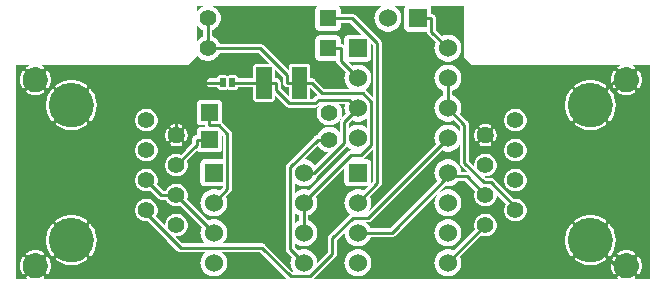
<source format=gbr>
G04 start of page 2 for group 0 idx 0 *
G04 Title: (unknown), top *
G04 Creator: pcb 20140316 *
G04 CreationDate: Tue 15 Mar 2016 09:58:54 PM GMT UTC *
G04 For: commonadmin *
G04 Format: Gerber/RS-274X *
G04 PCB-Dimensions (mil): 2380.00 955.00 *
G04 PCB-Coordinate-Origin: lower left *
%MOIN*%
%FSLAX25Y25*%
%LNTOP*%
%ADD25C,0.0380*%
%ADD24C,0.0630*%
%ADD23C,0.1280*%
%ADD22C,0.0354*%
%ADD21C,0.0300*%
%ADD20C,0.0280*%
%ADD19R,0.0197X0.0197*%
%ADD18R,0.0512X0.0512*%
%ADD17C,0.0827*%
%ADD16C,0.1476*%
%ADD15C,0.0551*%
%ADD14C,0.0600*%
%ADD13C,0.0550*%
%ADD12C,0.0100*%
%ADD11C,0.0001*%
G54D11*G36*
X212046Y63133D02*X212197Y62572D01*
X212310Y61934D01*
X212367Y61289D01*
Y60641D01*
X212310Y59995D01*
X212197Y59357D01*
X212046Y58797D01*
Y63133D01*
G37*
G36*
Y18133D02*X212197Y17572D01*
X212310Y16934D01*
X212367Y16289D01*
Y15641D01*
X212310Y14995D01*
X212197Y14357D01*
X212046Y13797D01*
Y18133D01*
G37*
G36*
X221266Y74465D02*X224992D01*
Y2965D01*
X221266D01*
Y4657D01*
X221277Y4668D01*
X221323Y4731D01*
X221553Y5118D01*
X221744Y5526D01*
X221899Y5949D01*
X222016Y6383D01*
X222094Y6826D01*
X222134Y7275D01*
Y7725D01*
X222094Y8174D01*
X222016Y8617D01*
X221899Y9052D01*
X221744Y9474D01*
X221553Y9882D01*
X221327Y10271D01*
X221280Y10335D01*
X221266Y10349D01*
Y66665D01*
X221277Y66676D01*
X221323Y66739D01*
X221553Y67126D01*
X221744Y67534D01*
X221899Y67956D01*
X222016Y68391D01*
X222094Y68834D01*
X222134Y69283D01*
Y69733D01*
X222094Y70181D01*
X222016Y70625D01*
X221899Y71059D01*
X221744Y71482D01*
X221553Y71890D01*
X221327Y72279D01*
X221280Y72343D01*
X221266Y72357D01*
Y74465D01*
G37*
G36*
X216998Y73638D02*X217181D01*
X217542Y73606D01*
X217898Y73543D01*
X218248Y73449D01*
X218588Y73324D01*
X218916Y73171D01*
X219229Y72989D01*
X219298Y72951D01*
X219372Y72925D01*
X219450Y72911D01*
X219528Y72909D01*
X219606Y72920D01*
X219682Y72943D01*
X219753Y72977D01*
X219817Y73022D01*
X219874Y73077D01*
X219921Y73140D01*
X219958Y73209D01*
X219984Y73283D01*
X219998Y73361D01*
X220000Y73440D01*
X219989Y73518D01*
X219966Y73593D01*
X219932Y73664D01*
X219887Y73728D01*
X219832Y73785D01*
X219769Y73831D01*
X219382Y74061D01*
X218974Y74252D01*
X218551Y74407D01*
X218337Y74465D01*
X221266D01*
Y72357D01*
X221223Y72398D01*
X221158Y72443D01*
X221086Y72478D01*
X221011Y72501D01*
X220932Y72512D01*
X220853Y72510D01*
X220775Y72496D01*
X220700Y72470D01*
X220630Y72433D01*
X220566Y72385D01*
X220511Y72328D01*
X220466Y72262D01*
X220431Y72191D01*
X220408Y72115D01*
X220398Y72037D01*
X220399Y71957D01*
X220413Y71879D01*
X220439Y71804D01*
X220478Y71735D01*
X220663Y71424D01*
X220817Y71096D01*
X220941Y70756D01*
X221035Y70406D01*
X221098Y70050D01*
X221130Y69689D01*
Y69327D01*
X221098Y68966D01*
X221035Y68609D01*
X220941Y68260D01*
X220817Y67920D01*
X220663Y67592D01*
X220481Y67279D01*
X220443Y67210D01*
X220417Y67136D01*
X220403Y67058D01*
X220402Y66979D01*
X220412Y66901D01*
X220435Y66826D01*
X220470Y66755D01*
X220515Y66691D01*
X220569Y66634D01*
X220632Y66587D01*
X220701Y66549D01*
X220776Y66524D01*
X220853Y66510D01*
X220932Y66508D01*
X221010Y66519D01*
X221085Y66542D01*
X221156Y66576D01*
X221220Y66621D01*
X221266Y66665D01*
Y10349D01*
X221223Y10390D01*
X221158Y10435D01*
X221086Y10470D01*
X221011Y10493D01*
X220932Y10504D01*
X220853Y10502D01*
X220775Y10488D01*
X220700Y10462D01*
X220630Y10425D01*
X220566Y10377D01*
X220511Y10320D01*
X220466Y10255D01*
X220431Y10183D01*
X220408Y10107D01*
X220398Y10029D01*
X220399Y9949D01*
X220413Y9871D01*
X220439Y9796D01*
X220478Y9727D01*
X220663Y9416D01*
X220817Y9088D01*
X220941Y8748D01*
X221035Y8398D01*
X221098Y8042D01*
X221130Y7681D01*
Y7319D01*
X221098Y6958D01*
X221035Y6602D01*
X220941Y6252D01*
X220817Y5912D01*
X220663Y5584D01*
X220481Y5271D01*
X220443Y5202D01*
X220417Y5128D01*
X220403Y5050D01*
X220402Y4972D01*
X220412Y4894D01*
X220435Y4818D01*
X220470Y4747D01*
X220515Y4683D01*
X220569Y4626D01*
X220632Y4579D01*
X220701Y4542D01*
X220776Y4516D01*
X220853Y4502D01*
X220932Y4500D01*
X221010Y4511D01*
X221085Y4534D01*
X221156Y4568D01*
X221220Y4613D01*
X221266Y4657D01*
Y2965D01*
X219413D01*
X219771Y3173D01*
X219835Y3220D01*
X219890Y3277D01*
X219935Y3342D01*
X219970Y3414D01*
X219993Y3489D01*
X220004Y3568D01*
X220002Y3647D01*
X219988Y3725D01*
X219962Y3800D01*
X219925Y3870D01*
X219877Y3934D01*
X219820Y3989D01*
X219755Y4034D01*
X219683Y4069D01*
X219607Y4092D01*
X219529Y4102D01*
X219449Y4101D01*
X219371Y4087D01*
X219296Y4061D01*
X219227Y4022D01*
X218916Y3837D01*
X218588Y3683D01*
X218248Y3559D01*
X217898Y3465D01*
X217542Y3402D01*
X217181Y3370D01*
X216998D01*
Y11630D01*
X217181D01*
X217542Y11598D01*
X217898Y11535D01*
X218248Y11441D01*
X218588Y11317D01*
X218916Y11163D01*
X219229Y10981D01*
X219298Y10943D01*
X219372Y10917D01*
X219450Y10903D01*
X219528Y10902D01*
X219606Y10912D01*
X219682Y10935D01*
X219753Y10970D01*
X219817Y11015D01*
X219874Y11069D01*
X219921Y11132D01*
X219958Y11201D01*
X219984Y11276D01*
X219998Y11353D01*
X220000Y11432D01*
X219989Y11510D01*
X219966Y11585D01*
X219932Y11656D01*
X219887Y11720D01*
X219832Y11777D01*
X219769Y11823D01*
X219382Y12053D01*
X218974Y12244D01*
X218551Y12399D01*
X218117Y12516D01*
X217674Y12594D01*
X217225Y12634D01*
X216998D01*
Y64374D01*
X217225D01*
X217674Y64413D01*
X218117Y64492D01*
X218551Y64609D01*
X218974Y64763D01*
X219382Y64954D01*
X219771Y65180D01*
X219835Y65228D01*
X219890Y65285D01*
X219935Y65350D01*
X219970Y65421D01*
X219993Y65497D01*
X220004Y65576D01*
X220002Y65655D01*
X219988Y65733D01*
X219962Y65808D01*
X219925Y65878D01*
X219877Y65941D01*
X219820Y65996D01*
X219755Y66042D01*
X219683Y66076D01*
X219607Y66099D01*
X219529Y66110D01*
X219449Y66109D01*
X219371Y66095D01*
X219296Y66069D01*
X219227Y66030D01*
X218916Y65845D01*
X218588Y65691D01*
X218248Y65567D01*
X217898Y65473D01*
X217542Y65410D01*
X217181Y65378D01*
X216998D01*
Y73638D01*
G37*
G36*
X212046Y74465D02*X215663D01*
X215448Y74407D01*
X215026Y74252D01*
X214618Y74061D01*
X214229Y73835D01*
X214165Y73788D01*
X214110Y73731D01*
X214065Y73666D01*
X214030Y73594D01*
X214007Y73518D01*
X213996Y73440D01*
X213998Y73360D01*
X214012Y73282D01*
X214038Y73207D01*
X214075Y73138D01*
X214123Y73074D01*
X214180Y73019D01*
X214245Y72974D01*
X214317Y72939D01*
X214393Y72916D01*
X214471Y72905D01*
X214551Y72907D01*
X214629Y72921D01*
X214704Y72947D01*
X214773Y72986D01*
X215084Y73171D01*
X215412Y73324D01*
X215752Y73449D01*
X216102Y73543D01*
X216458Y73606D01*
X216819Y73638D01*
X216998D01*
Y65378D01*
X216819D01*
X216458Y65410D01*
X216102Y65473D01*
X215752Y65567D01*
X215412Y65691D01*
X215084Y65845D01*
X214771Y66027D01*
X214702Y66065D01*
X214628Y66091D01*
X214550Y66105D01*
X214472Y66106D01*
X214394Y66096D01*
X214318Y66073D01*
X214247Y66038D01*
X214183Y65993D01*
X214126Y65939D01*
X214079Y65876D01*
X214042Y65807D01*
X214016Y65732D01*
X214002Y65655D01*
X214000Y65576D01*
X214011Y65498D01*
X214034Y65423D01*
X214068Y65352D01*
X214113Y65288D01*
X214168Y65231D01*
X214231Y65185D01*
X214618Y64954D01*
X215026Y64763D01*
X215448Y64609D01*
X215883Y64492D01*
X216326Y64413D01*
X216775Y64374D01*
X216998D01*
Y12634D01*
X216775D01*
X216326Y12594D01*
X215883Y12516D01*
X215448Y12399D01*
X215026Y12244D01*
X214618Y12053D01*
X214229Y11827D01*
X214165Y11780D01*
X214110Y11723D01*
X214065Y11658D01*
X214030Y11586D01*
X214007Y11511D01*
X213996Y11432D01*
X213998Y11353D01*
X214012Y11275D01*
X214038Y11200D01*
X214075Y11130D01*
X214123Y11066D01*
X214180Y11011D01*
X214245Y10966D01*
X214317Y10931D01*
X214393Y10908D01*
X214471Y10898D01*
X214551Y10899D01*
X214629Y10913D01*
X214704Y10939D01*
X214773Y10978D01*
X215084Y11163D01*
X215412Y11317D01*
X215752Y11441D01*
X216102Y11535D01*
X216458Y11598D01*
X216819Y11630D01*
X216998D01*
Y3370D01*
X216819D01*
X216458Y3402D01*
X216102Y3465D01*
X215752Y3559D01*
X215412Y3683D01*
X215084Y3837D01*
X214771Y4019D01*
X214702Y4057D01*
X214628Y4083D01*
X214550Y4097D01*
X214472Y4098D01*
X214394Y4088D01*
X214318Y4065D01*
X214247Y4030D01*
X214183Y3985D01*
X214126Y3931D01*
X214079Y3868D01*
X214042Y3799D01*
X214016Y3724D01*
X214002Y3647D01*
X214000Y3568D01*
X214011Y3490D01*
X214034Y3415D01*
X214068Y3344D01*
X214113Y3280D01*
X214168Y3223D01*
X214231Y3177D01*
X214588Y2965D01*
X212046D01*
Y6154D01*
X212101Y5949D01*
X212256Y5526D01*
X212447Y5118D01*
X212673Y4729D01*
X212720Y4665D01*
X212777Y4610D01*
X212842Y4565D01*
X212914Y4530D01*
X212989Y4507D01*
X213068Y4496D01*
X213147Y4498D01*
X213225Y4512D01*
X213300Y4538D01*
X213370Y4575D01*
X213434Y4623D01*
X213489Y4680D01*
X213534Y4745D01*
X213569Y4817D01*
X213592Y4893D01*
X213602Y4971D01*
X213601Y5051D01*
X213587Y5129D01*
X213561Y5204D01*
X213522Y5273D01*
X213337Y5584D01*
X213183Y5912D01*
X213059Y6252D01*
X212965Y6602D01*
X212902Y6958D01*
X212870Y7319D01*
Y7681D01*
X212902Y8042D01*
X212965Y8398D01*
X213059Y8748D01*
X213183Y9088D01*
X213337Y9416D01*
X213519Y9729D01*
X213557Y9798D01*
X213583Y9872D01*
X213597Y9950D01*
X213598Y10028D01*
X213588Y10106D01*
X213565Y10182D01*
X213530Y10253D01*
X213485Y10317D01*
X213431Y10374D01*
X213368Y10421D01*
X213299Y10458D01*
X213224Y10484D01*
X213147Y10498D01*
X213068Y10500D01*
X212990Y10489D01*
X212915Y10466D01*
X212844Y10432D01*
X212780Y10387D01*
X212723Y10332D01*
X212677Y10269D01*
X212447Y9882D01*
X212256Y9474D01*
X212101Y9052D01*
X212046Y8846D01*
Y11423D01*
X212052Y11432D01*
X212423Y12069D01*
X212736Y12735D01*
X212989Y13427D01*
X213181Y14138D01*
X213309Y14863D01*
X213374Y15596D01*
Y16333D01*
X213309Y17066D01*
X213181Y17791D01*
X212989Y18503D01*
X212736Y19194D01*
X212423Y19861D01*
X212052Y20497D01*
X212046Y20507D01*
Y56423D01*
X212052Y56432D01*
X212423Y57069D01*
X212736Y57735D01*
X212989Y58427D01*
X213181Y59138D01*
X213309Y59863D01*
X213374Y60596D01*
Y61333D01*
X213309Y62066D01*
X213181Y62791D01*
X212989Y63503D01*
X212736Y64194D01*
X212423Y64861D01*
X212052Y65497D01*
X212046Y65507D01*
Y68162D01*
X212101Y67956D01*
X212256Y67534D01*
X212447Y67126D01*
X212673Y66737D01*
X212720Y66673D01*
X212777Y66618D01*
X212842Y66573D01*
X212914Y66538D01*
X212989Y66515D01*
X213068Y66504D01*
X213147Y66506D01*
X213225Y66520D01*
X213300Y66546D01*
X213370Y66583D01*
X213434Y66631D01*
X213489Y66688D01*
X213534Y66753D01*
X213569Y66825D01*
X213592Y66901D01*
X213602Y66979D01*
X213601Y67059D01*
X213587Y67137D01*
X213561Y67212D01*
X213522Y67281D01*
X213337Y67592D01*
X213183Y67920D01*
X213059Y68260D01*
X212965Y68609D01*
X212902Y68966D01*
X212870Y69327D01*
Y69689D01*
X212902Y70050D01*
X212965Y70406D01*
X213059Y70756D01*
X213183Y71096D01*
X213337Y71424D01*
X213519Y71737D01*
X213557Y71806D01*
X213583Y71880D01*
X213597Y71958D01*
X213598Y72036D01*
X213588Y72114D01*
X213565Y72190D01*
X213530Y72260D01*
X213485Y72325D01*
X213431Y72382D01*
X213368Y72429D01*
X213299Y72466D01*
X213224Y72492D01*
X213147Y72506D01*
X213068Y72508D01*
X212990Y72497D01*
X212915Y72474D01*
X212844Y72440D01*
X212780Y72395D01*
X212723Y72340D01*
X212677Y72277D01*
X212447Y71890D01*
X212256Y71482D01*
X212101Y71059D01*
X212046Y70854D01*
Y74465D01*
G37*
G36*
X204996D02*X212046D01*
Y70854D01*
X211984Y70625D01*
X211906Y70181D01*
X211866Y69733D01*
Y69283D01*
X211906Y68834D01*
X211984Y68391D01*
X212046Y68162D01*
Y65507D01*
X211628Y66099D01*
X211575Y66158D01*
X211512Y66208D01*
X211443Y66248D01*
X211368Y66276D01*
X211290Y66292D01*
X211211Y66296D01*
X211131Y66288D01*
X211054Y66267D01*
X210981Y66234D01*
X210915Y66190D01*
X210855Y66137D01*
X210806Y66074D01*
X210766Y66005D01*
X210738Y65930D01*
X210721Y65852D01*
X210717Y65773D01*
X210726Y65693D01*
X210747Y65616D01*
X210780Y65543D01*
X210825Y65478D01*
X211204Y64953D01*
X211530Y64392D01*
X211805Y63806D01*
X212028Y63198D01*
X212046Y63133D01*
Y58797D01*
X212028Y58732D01*
X211805Y58123D01*
X211530Y57537D01*
X211204Y56977D01*
X210830Y56447D01*
X210786Y56382D01*
X210754Y56311D01*
X210733Y56235D01*
X210725Y56156D01*
X210728Y56078D01*
X210744Y56001D01*
X210772Y55927D01*
X210811Y55859D01*
X210861Y55797D01*
X210919Y55745D01*
X210985Y55701D01*
X211057Y55669D01*
X211132Y55648D01*
X211211Y55640D01*
X211289Y55644D01*
X211366Y55660D01*
X211440Y55688D01*
X211508Y55727D01*
X211570Y55776D01*
X211621Y55835D01*
X212046Y56423D01*
Y20507D01*
X211628Y21099D01*
X211575Y21158D01*
X211512Y21208D01*
X211443Y21248D01*
X211368Y21276D01*
X211290Y21292D01*
X211211Y21296D01*
X211131Y21288D01*
X211054Y21267D01*
X210981Y21234D01*
X210915Y21190D01*
X210855Y21137D01*
X210806Y21074D01*
X210766Y21005D01*
X210738Y20930D01*
X210721Y20852D01*
X210717Y20773D01*
X210726Y20693D01*
X210747Y20616D01*
X210780Y20543D01*
X210825Y20478D01*
X211204Y19953D01*
X211530Y19392D01*
X211805Y18806D01*
X212028Y18198D01*
X212046Y18133D01*
Y13797D01*
X212028Y13732D01*
X211805Y13123D01*
X211530Y12537D01*
X211204Y11977D01*
X210830Y11447D01*
X210786Y11382D01*
X210754Y11311D01*
X210733Y11235D01*
X210725Y11156D01*
X210728Y11078D01*
X210744Y11001D01*
X210772Y10927D01*
X210811Y10859D01*
X210861Y10797D01*
X210919Y10745D01*
X210985Y10701D01*
X211057Y10669D01*
X211132Y10648D01*
X211211Y10640D01*
X211289Y10644D01*
X211366Y10660D01*
X211440Y10688D01*
X211508Y10727D01*
X211570Y10776D01*
X211621Y10835D01*
X212046Y11423D01*
Y8846D01*
X211984Y8617D01*
X211906Y8174D01*
X211866Y7725D01*
Y7275D01*
X211906Y6826D01*
X211984Y6383D01*
X212046Y6154D01*
Y2965D01*
X204996D01*
Y7583D01*
X205360D01*
X206094Y7647D01*
X206819Y7776D01*
X207530Y7968D01*
X208222Y8221D01*
X208888Y8534D01*
X209525Y8904D01*
X210126Y9329D01*
X210186Y9382D01*
X210236Y9444D01*
X210275Y9514D01*
X210304Y9588D01*
X210320Y9666D01*
X210324Y9746D01*
X210315Y9826D01*
X210294Y9903D01*
X210262Y9975D01*
X210218Y10042D01*
X210164Y10101D01*
X210102Y10151D01*
X210033Y10191D01*
X209958Y10219D01*
X209880Y10235D01*
X209800Y10239D01*
X209721Y10231D01*
X209644Y10210D01*
X209571Y10177D01*
X209505Y10132D01*
X208980Y9753D01*
X208420Y9427D01*
X207834Y9151D01*
X207225Y8929D01*
X206600Y8760D01*
X205962Y8647D01*
X205316Y8590D01*
X204996D01*
Y23339D01*
X205316D01*
X205962Y23283D01*
X206600Y23169D01*
X207225Y23001D01*
X207834Y22778D01*
X208420Y22502D01*
X208980Y22177D01*
X209509Y21803D01*
X209574Y21759D01*
X209646Y21726D01*
X209722Y21706D01*
X209800Y21697D01*
X209879Y21701D01*
X209956Y21717D01*
X210030Y21745D01*
X210098Y21784D01*
X210159Y21833D01*
X210212Y21891D01*
X210255Y21957D01*
X210288Y22029D01*
X210308Y22105D01*
X210317Y22183D01*
X210313Y22262D01*
X210297Y22339D01*
X210269Y22412D01*
X210230Y22481D01*
X210181Y22542D01*
X210121Y22594D01*
X209525Y23025D01*
X208888Y23395D01*
X208222Y23708D01*
X207530Y23961D01*
X206819Y24153D01*
X206094Y24282D01*
X205360Y24346D01*
X204996D01*
Y52583D01*
X205360D01*
X206094Y52647D01*
X206819Y52776D01*
X207530Y52968D01*
X208222Y53221D01*
X208888Y53534D01*
X209525Y53904D01*
X210126Y54329D01*
X210186Y54382D01*
X210236Y54444D01*
X210275Y54514D01*
X210304Y54588D01*
X210320Y54666D01*
X210324Y54746D01*
X210315Y54826D01*
X210294Y54903D01*
X210262Y54975D01*
X210218Y55042D01*
X210164Y55101D01*
X210102Y55151D01*
X210033Y55191D01*
X209958Y55219D01*
X209880Y55235D01*
X209800Y55239D01*
X209721Y55231D01*
X209644Y55210D01*
X209571Y55177D01*
X209505Y55132D01*
X208980Y54753D01*
X208420Y54427D01*
X207834Y54151D01*
X207225Y53929D01*
X206600Y53760D01*
X205962Y53647D01*
X205316Y53590D01*
X204996D01*
Y68339D01*
X205316D01*
X205962Y68283D01*
X206600Y68169D01*
X207225Y68001D01*
X207834Y67778D01*
X208420Y67502D01*
X208980Y67177D01*
X209509Y66803D01*
X209574Y66759D01*
X209646Y66726D01*
X209722Y66706D01*
X209800Y66697D01*
X209879Y66701D01*
X209956Y66717D01*
X210030Y66745D01*
X210098Y66784D01*
X210159Y66833D01*
X210212Y66891D01*
X210255Y66957D01*
X210288Y67029D01*
X210308Y67105D01*
X210317Y67183D01*
X210313Y67262D01*
X210297Y67339D01*
X210269Y67412D01*
X210230Y67481D01*
X210181Y67542D01*
X210121Y67594D01*
X209525Y68025D01*
X208888Y68395D01*
X208222Y68708D01*
X207530Y68961D01*
X206819Y69153D01*
X206094Y69282D01*
X205360Y69346D01*
X204996D01*
Y74465D01*
G37*
G36*
X197939D02*X204996D01*
Y69346D01*
X204624D01*
X203890Y69282D01*
X203165Y69153D01*
X202454Y68961D01*
X201763Y68708D01*
X201096Y68395D01*
X200460Y68025D01*
X199858Y67600D01*
X199798Y67547D01*
X199748Y67485D01*
X199709Y67415D01*
X199680Y67341D01*
X199664Y67263D01*
X199660Y67183D01*
X199669Y67104D01*
X199690Y67027D01*
X199723Y66954D01*
X199766Y66887D01*
X199820Y66828D01*
X199882Y66778D01*
X199952Y66738D01*
X200026Y66710D01*
X200104Y66694D01*
X200184Y66690D01*
X200264Y66699D01*
X200341Y66720D01*
X200413Y66752D01*
X200479Y66797D01*
X201004Y67177D01*
X201564Y67502D01*
X202151Y67778D01*
X202759Y68001D01*
X203385Y68169D01*
X204023Y68283D01*
X204668Y68339D01*
X204996D01*
Y53590D01*
X204668D01*
X204023Y53647D01*
X203385Y53760D01*
X202759Y53929D01*
X202151Y54151D01*
X201564Y54427D01*
X201004Y54753D01*
X200475Y55126D01*
X200410Y55171D01*
X200338Y55203D01*
X200262Y55224D01*
X200184Y55232D01*
X200105Y55228D01*
X200028Y55212D01*
X199955Y55184D01*
X199886Y55145D01*
X199825Y55096D01*
X199772Y55038D01*
X199729Y54972D01*
X199697Y54900D01*
X199676Y54824D01*
X199667Y54746D01*
X199671Y54667D01*
X199687Y54590D01*
X199715Y54517D01*
X199754Y54448D01*
X199804Y54387D01*
X199863Y54335D01*
X200460Y53904D01*
X201096Y53534D01*
X201763Y53221D01*
X202454Y52968D01*
X203165Y52776D01*
X203890Y52647D01*
X204624Y52583D01*
X204996D01*
Y24346D01*
X204624D01*
X203890Y24282D01*
X203165Y24153D01*
X202454Y23961D01*
X201763Y23708D01*
X201096Y23395D01*
X200460Y23025D01*
X199858Y22600D01*
X199798Y22547D01*
X199748Y22485D01*
X199709Y22415D01*
X199680Y22341D01*
X199664Y22263D01*
X199660Y22183D01*
X199669Y22104D01*
X199690Y22027D01*
X199723Y21954D01*
X199766Y21887D01*
X199820Y21828D01*
X199882Y21778D01*
X199952Y21738D01*
X200026Y21710D01*
X200104Y21694D01*
X200184Y21690D01*
X200264Y21699D01*
X200341Y21720D01*
X200413Y21752D01*
X200479Y21797D01*
X201004Y22177D01*
X201564Y22502D01*
X202151Y22778D01*
X202759Y23001D01*
X203385Y23169D01*
X204023Y23283D01*
X204668Y23339D01*
X204996D01*
Y8590D01*
X204668D01*
X204023Y8647D01*
X203385Y8760D01*
X202759Y8929D01*
X202151Y9151D01*
X201564Y9427D01*
X201004Y9753D01*
X200475Y10126D01*
X200410Y10171D01*
X200338Y10203D01*
X200262Y10224D01*
X200184Y10232D01*
X200105Y10228D01*
X200028Y10212D01*
X199955Y10184D01*
X199886Y10145D01*
X199825Y10096D01*
X199772Y10038D01*
X199729Y9972D01*
X199697Y9900D01*
X199676Y9824D01*
X199667Y9746D01*
X199671Y9667D01*
X199687Y9590D01*
X199715Y9517D01*
X199754Y9448D01*
X199804Y9387D01*
X199863Y9335D01*
X200460Y8904D01*
X201096Y8534D01*
X201763Y8221D01*
X202454Y7968D01*
X203165Y7776D01*
X203890Y7647D01*
X204624Y7583D01*
X204996D01*
Y2965D01*
X197939D01*
Y11423D01*
X198357Y10830D01*
X198410Y10771D01*
X198472Y10721D01*
X198541Y10681D01*
X198616Y10653D01*
X198694Y10637D01*
X198774Y10633D01*
X198853Y10641D01*
X198930Y10662D01*
X199003Y10695D01*
X199070Y10739D01*
X199129Y10793D01*
X199179Y10855D01*
X199218Y10924D01*
X199247Y10999D01*
X199263Y11077D01*
X199267Y11157D01*
X199258Y11236D01*
X199237Y11313D01*
X199204Y11386D01*
X199159Y11452D01*
X198780Y11977D01*
X198454Y12537D01*
X198179Y13123D01*
X197956Y13732D01*
X197939Y13797D01*
Y18133D01*
X197956Y18198D01*
X198179Y18806D01*
X198454Y19392D01*
X198780Y19953D01*
X199154Y20482D01*
X199198Y20547D01*
X199230Y20619D01*
X199251Y20695D01*
X199260Y20773D01*
X199256Y20851D01*
X199240Y20928D01*
X199212Y21002D01*
X199173Y21070D01*
X199124Y21132D01*
X199065Y21185D01*
X198999Y21228D01*
X198928Y21260D01*
X198852Y21281D01*
X198774Y21289D01*
X198695Y21285D01*
X198618Y21269D01*
X198544Y21241D01*
X198476Y21202D01*
X198415Y21153D01*
X198363Y21094D01*
X197939Y20506D01*
Y56423D01*
X198357Y55830D01*
X198410Y55771D01*
X198472Y55721D01*
X198541Y55681D01*
X198616Y55653D01*
X198694Y55637D01*
X198774Y55633D01*
X198853Y55641D01*
X198930Y55662D01*
X199003Y55695D01*
X199070Y55739D01*
X199129Y55793D01*
X199179Y55855D01*
X199218Y55924D01*
X199247Y55999D01*
X199263Y56077D01*
X199267Y56157D01*
X199258Y56236D01*
X199237Y56313D01*
X199204Y56386D01*
X199159Y56452D01*
X198780Y56977D01*
X198454Y57537D01*
X198179Y58123D01*
X197956Y58732D01*
X197939Y58797D01*
Y63133D01*
X197956Y63198D01*
X198179Y63806D01*
X198454Y64392D01*
X198780Y64953D01*
X199154Y65482D01*
X199198Y65547D01*
X199230Y65619D01*
X199251Y65695D01*
X199260Y65773D01*
X199256Y65851D01*
X199240Y65928D01*
X199212Y66002D01*
X199173Y66070D01*
X199124Y66132D01*
X199065Y66185D01*
X198999Y66228D01*
X198928Y66260D01*
X198852Y66281D01*
X198774Y66289D01*
X198695Y66285D01*
X198618Y66269D01*
X198544Y66241D01*
X198476Y66202D01*
X198415Y66153D01*
X198363Y66094D01*
X197939Y65506D01*
Y74465D01*
G37*
G36*
Y58797D02*X197787Y59357D01*
X197674Y59995D01*
X197617Y60641D01*
Y61289D01*
X197674Y61934D01*
X197787Y62572D01*
X197939Y63133D01*
Y58797D01*
G37*
G36*
Y13797D02*X197787Y14357D01*
X197674Y14995D01*
X197617Y15641D01*
Y16289D01*
X197674Y16934D01*
X197787Y17572D01*
X197939Y18133D01*
Y13797D01*
G37*
G36*
X179986Y74465D02*X197939D01*
Y65506D01*
X197932Y65497D01*
X197562Y64861D01*
X197249Y64194D01*
X196995Y63503D01*
X196803Y62791D01*
X196675Y62066D01*
X196610Y61333D01*
Y60596D01*
X196675Y59863D01*
X196803Y59138D01*
X196995Y58427D01*
X197249Y57735D01*
X197562Y57069D01*
X197932Y56432D01*
X197939Y56423D01*
Y20506D01*
X197932Y20497D01*
X197562Y19861D01*
X197249Y19194D01*
X196995Y18503D01*
X196803Y17791D01*
X196675Y17066D01*
X196610Y16333D01*
Y15596D01*
X196675Y14863D01*
X196803Y14138D01*
X196995Y13427D01*
X197249Y12735D01*
X197562Y12069D01*
X197932Y11432D01*
X197939Y11423D01*
Y2965D01*
X179986D01*
Y22198D01*
X179992Y22197D01*
X180581Y22243D01*
X181156Y22381D01*
X181703Y22608D01*
X182207Y22917D01*
X182656Y23301D01*
X183040Y23750D01*
X183349Y24254D01*
X183575Y24800D01*
X183713Y25375D01*
X183748Y25965D01*
X183713Y26554D01*
X183575Y27129D01*
X183349Y27675D01*
X183040Y28179D01*
X182656Y28629D01*
X182207Y29013D01*
X181703Y29321D01*
X181156Y29548D01*
X180581Y29686D01*
X179992Y29732D01*
X179986Y29732D01*
Y32198D01*
X179992Y32197D01*
X180581Y32243D01*
X181156Y32381D01*
X181703Y32608D01*
X182207Y32917D01*
X182656Y33301D01*
X183040Y33750D01*
X183349Y34254D01*
X183575Y34800D01*
X183713Y35375D01*
X183748Y35965D01*
X183713Y36554D01*
X183575Y37129D01*
X183349Y37675D01*
X183040Y38179D01*
X182656Y38629D01*
X182207Y39013D01*
X181703Y39321D01*
X181156Y39548D01*
X180581Y39686D01*
X179992Y39732D01*
X179986Y39732D01*
Y42198D01*
X179992Y42197D01*
X180581Y42243D01*
X181156Y42381D01*
X181703Y42608D01*
X182207Y42917D01*
X182656Y43301D01*
X183040Y43750D01*
X183349Y44254D01*
X183575Y44800D01*
X183713Y45375D01*
X183748Y45965D01*
X183713Y46554D01*
X183575Y47129D01*
X183349Y47675D01*
X183040Y48179D01*
X182656Y48629D01*
X182207Y49013D01*
X181703Y49321D01*
X181156Y49548D01*
X180581Y49686D01*
X179992Y49732D01*
X179986Y49732D01*
Y52198D01*
X179992Y52197D01*
X180581Y52243D01*
X181156Y52381D01*
X181703Y52608D01*
X182207Y52917D01*
X182656Y53301D01*
X183040Y53750D01*
X183349Y54254D01*
X183575Y54800D01*
X183713Y55375D01*
X183748Y55965D01*
X183713Y56554D01*
X183575Y57129D01*
X183349Y57675D01*
X183040Y58179D01*
X182656Y58629D01*
X182207Y59013D01*
X181703Y59321D01*
X181156Y59548D01*
X180581Y59686D01*
X179992Y59732D01*
X179986Y59732D01*
Y74465D01*
G37*
G36*
Y2965D02*X173065D01*
Y18791D01*
X173349Y19254D01*
X173575Y19800D01*
X173713Y20375D01*
X173748Y20965D01*
X173713Y21554D01*
X173575Y22129D01*
X173349Y22675D01*
X173065Y23138D01*
Y28791D01*
X173349Y29254D01*
X173575Y29800D01*
X173713Y30375D01*
X173748Y30965D01*
X173739Y31116D01*
X176842Y28013D01*
X176635Y27675D01*
X176409Y27129D01*
X176271Y26554D01*
X176225Y25965D01*
X176271Y25375D01*
X176409Y24800D01*
X176635Y24254D01*
X176944Y23750D01*
X177328Y23301D01*
X177778Y22917D01*
X178282Y22608D01*
X178828Y22381D01*
X179403Y22243D01*
X179986Y22198D01*
Y2965D01*
G37*
G36*
X173065Y74465D02*X179986D01*
Y59732D01*
X179403Y59686D01*
X178828Y59548D01*
X178282Y59321D01*
X177778Y59013D01*
X177328Y58629D01*
X176944Y58179D01*
X176635Y57675D01*
X176409Y57129D01*
X176271Y56554D01*
X176225Y55965D01*
X176271Y55375D01*
X176409Y54800D01*
X176635Y54254D01*
X176944Y53750D01*
X177328Y53301D01*
X177778Y52917D01*
X178282Y52608D01*
X178828Y52381D01*
X179403Y52243D01*
X179986Y52198D01*
Y49732D01*
X179403Y49686D01*
X178828Y49548D01*
X178282Y49321D01*
X177778Y49013D01*
X177328Y48629D01*
X176944Y48179D01*
X176635Y47675D01*
X176409Y47129D01*
X176271Y46554D01*
X176225Y45965D01*
X176271Y45375D01*
X176409Y44800D01*
X176635Y44254D01*
X176944Y43750D01*
X177328Y43301D01*
X177778Y42917D01*
X178282Y42608D01*
X178828Y42381D01*
X179403Y42243D01*
X179986Y42198D01*
Y39732D01*
X179403Y39686D01*
X178828Y39548D01*
X178282Y39321D01*
X177778Y39013D01*
X177328Y38629D01*
X176944Y38179D01*
X176635Y37675D01*
X176409Y37129D01*
X176271Y36554D01*
X176225Y35965D01*
X176271Y35375D01*
X176409Y34800D01*
X176635Y34254D01*
X176944Y33750D01*
X177328Y33301D01*
X177778Y32917D01*
X178282Y32608D01*
X178828Y32381D01*
X179403Y32243D01*
X179986Y32198D01*
Y29732D01*
X179411Y29686D01*
X173065Y36033D01*
Y38791D01*
X173349Y39254D01*
X173575Y39800D01*
X173713Y40375D01*
X173748Y40965D01*
X173713Y41554D01*
X173575Y42129D01*
X173349Y42675D01*
X173065Y43138D01*
Y49001D01*
X173107Y49018D01*
X173175Y49058D01*
X173235Y49109D01*
X173286Y49168D01*
X173327Y49236D01*
X173480Y49561D01*
X173599Y49900D01*
X173684Y50250D01*
X173735Y50605D01*
X173752Y50965D01*
X173735Y51324D01*
X173684Y51680D01*
X173599Y52029D01*
X173480Y52368D01*
X173330Y52695D01*
X173289Y52763D01*
X173237Y52822D01*
X173176Y52873D01*
X173109Y52914D01*
X173065Y52932D01*
Y74465D01*
G37*
G36*
Y36033D02*X172822Y36276D01*
X172784Y36321D01*
X172604Y36474D01*
X172403Y36597D01*
X172403Y36597D01*
X172185Y36688D01*
X171955Y36743D01*
X171955Y36743D01*
X171720Y36761D01*
X171661Y36757D01*
X170197D01*
X169994Y36960D01*
Y37197D01*
X170581Y37243D01*
X171156Y37381D01*
X171703Y37608D01*
X172207Y37917D01*
X172656Y38301D01*
X173040Y38750D01*
X173065Y38791D01*
Y36033D01*
G37*
G36*
Y23138D02*X173040Y23179D01*
X172656Y23629D01*
X172207Y24013D01*
X171703Y24321D01*
X171156Y24548D01*
X170581Y24686D01*
X169994Y24732D01*
Y27197D01*
X170581Y27243D01*
X171156Y27381D01*
X171703Y27608D01*
X172207Y27917D01*
X172656Y28301D01*
X173040Y28750D01*
X173065Y28791D01*
Y23138D01*
G37*
G36*
Y2965D02*X169994D01*
Y17197D01*
X170581Y17243D01*
X171156Y17381D01*
X171703Y17608D01*
X172207Y17917D01*
X172656Y18301D01*
X173040Y18750D01*
X173065Y18791D01*
Y2965D01*
G37*
G36*
X169994Y74465D02*X173065D01*
Y52932D01*
X173035Y52944D01*
X172958Y52962D01*
X172879Y52968D01*
X172800Y52961D01*
X172723Y52942D01*
X172650Y52911D01*
X172583Y52869D01*
X172523Y52817D01*
X172472Y52757D01*
X172431Y52689D01*
X172402Y52616D01*
X172384Y52539D01*
X172378Y52460D01*
X172385Y52381D01*
X172404Y52304D01*
X172436Y52231D01*
X172549Y51993D01*
X172635Y51745D01*
X172698Y51489D01*
X172735Y51228D01*
X172748Y50965D01*
X172735Y50701D01*
X172698Y50441D01*
X172635Y50185D01*
X172549Y49936D01*
X172439Y49696D01*
X172407Y49624D01*
X172388Y49548D01*
X172381Y49470D01*
X172387Y49391D01*
X172405Y49314D01*
X172434Y49242D01*
X172475Y49174D01*
X172526Y49114D01*
X172585Y49062D01*
X172652Y49021D01*
X172724Y48990D01*
X172801Y48971D01*
X172879Y48965D01*
X172958Y48970D01*
X173034Y48988D01*
X173065Y49001D01*
Y43138D01*
X173040Y43179D01*
X172656Y43629D01*
X172207Y44013D01*
X171703Y44321D01*
X171156Y44548D01*
X170581Y44686D01*
X169994Y44732D01*
Y47204D01*
X170351Y47222D01*
X170707Y47273D01*
X171056Y47358D01*
X171396Y47476D01*
X171723Y47626D01*
X171790Y47668D01*
X171850Y47720D01*
X171901Y47780D01*
X171942Y47848D01*
X171972Y47921D01*
X171990Y47999D01*
X171995Y48078D01*
X171989Y48156D01*
X171970Y48233D01*
X171939Y48306D01*
X171897Y48374D01*
X171845Y48433D01*
X171784Y48484D01*
X171717Y48525D01*
X171643Y48555D01*
X171566Y48573D01*
X171487Y48579D01*
X171408Y48572D01*
X171331Y48553D01*
X171259Y48521D01*
X171021Y48408D01*
X170772Y48321D01*
X170516Y48259D01*
X170255Y48221D01*
X169994Y48209D01*
Y53720D01*
X170255Y53708D01*
X170516Y53670D01*
X170772Y53608D01*
X171021Y53521D01*
X171260Y53411D01*
X171332Y53379D01*
X171409Y53360D01*
X171487Y53354D01*
X171566Y53359D01*
X171642Y53377D01*
X171715Y53407D01*
X171783Y53447D01*
X171843Y53498D01*
X171894Y53558D01*
X171936Y53624D01*
X171967Y53697D01*
X171985Y53773D01*
X171992Y53852D01*
X171987Y53930D01*
X171969Y54007D01*
X171939Y54080D01*
X171898Y54147D01*
X171848Y54207D01*
X171788Y54259D01*
X171721Y54299D01*
X171396Y54453D01*
X171056Y54571D01*
X170707Y54656D01*
X170351Y54708D01*
X169994Y54725D01*
Y74465D01*
G37*
G36*
Y36960D02*X169736Y37217D01*
X169992Y37197D01*
X169994Y37197D01*
Y36960D01*
G37*
G36*
Y24732D02*X169992Y24732D01*
X169403Y24686D01*
X168828Y24548D01*
X168282Y24321D01*
X167778Y24013D01*
X167328Y23629D01*
X166944Y23179D01*
X166635Y22675D01*
X166409Y22129D01*
X166271Y21554D01*
X166225Y20965D01*
X166271Y20375D01*
X166409Y19800D01*
X166496Y19590D01*
X163363Y16457D01*
Y35472D01*
X166496Y32339D01*
X166409Y32129D01*
X166271Y31554D01*
X166225Y30965D01*
X166271Y30375D01*
X166409Y29800D01*
X166635Y29254D01*
X166944Y28750D01*
X167328Y28301D01*
X167778Y27917D01*
X168282Y27608D01*
X168828Y27381D01*
X169403Y27243D01*
X169992Y27197D01*
X169994Y27197D01*
Y24732D01*
G37*
G36*
Y2965D02*X163363D01*
Y12214D01*
X168618Y17469D01*
X168828Y17381D01*
X169403Y17243D01*
X169992Y17197D01*
X169994Y17197D01*
Y2965D01*
G37*
G36*
X166919Y74465D02*X169994D01*
Y54725D01*
X169992Y54725D01*
X169633Y54708D01*
X169277Y54656D01*
X168928Y54571D01*
X168588Y54453D01*
X168262Y54303D01*
X168194Y54261D01*
X168134Y54210D01*
X168083Y54149D01*
X168042Y54081D01*
X168013Y54008D01*
X167995Y53931D01*
X167989Y53852D01*
X167996Y53773D01*
X168015Y53696D01*
X168046Y53623D01*
X168087Y53556D01*
X168139Y53496D01*
X168200Y53445D01*
X168268Y53404D01*
X168341Y53374D01*
X168418Y53356D01*
X168497Y53350D01*
X168576Y53357D01*
X168653Y53376D01*
X168725Y53408D01*
X168963Y53521D01*
X169212Y53608D01*
X169468Y53670D01*
X169729Y53708D01*
X169992Y53720D01*
X169994Y53720D01*
Y48209D01*
X169992Y48209D01*
X169729Y48221D01*
X169468Y48259D01*
X169212Y48321D01*
X168963Y48408D01*
X168724Y48518D01*
X168652Y48550D01*
X168576Y48569D01*
X168497Y48576D01*
X168419Y48570D01*
X168342Y48552D01*
X168269Y48522D01*
X168202Y48482D01*
X168141Y48431D01*
X168090Y48372D01*
X168048Y48305D01*
X168018Y48232D01*
X167999Y48156D01*
X167992Y48078D01*
X167998Y47999D01*
X168016Y47922D01*
X168045Y47849D01*
X168086Y47782D01*
X168137Y47722D01*
X168196Y47670D01*
X168264Y47630D01*
X168588Y47476D01*
X168928Y47358D01*
X169277Y47273D01*
X169633Y47222D01*
X169992Y47204D01*
X169994Y47204D01*
Y44732D01*
X169992Y44732D01*
X169403Y44686D01*
X168828Y44548D01*
X168282Y44321D01*
X167778Y44013D01*
X167328Y43629D01*
X166944Y43179D01*
X166919Y43138D01*
Y48997D01*
X166949Y48985D01*
X167026Y48967D01*
X167105Y48961D01*
X167184Y48968D01*
X167261Y48987D01*
X167334Y49018D01*
X167401Y49060D01*
X167461Y49112D01*
X167512Y49172D01*
X167553Y49240D01*
X167583Y49313D01*
X167601Y49391D01*
X167606Y49470D01*
X167599Y49549D01*
X167580Y49625D01*
X167548Y49698D01*
X167435Y49936D01*
X167349Y50185D01*
X167286Y50441D01*
X167249Y50701D01*
X167236Y50965D01*
X167249Y51228D01*
X167286Y51489D01*
X167349Y51745D01*
X167435Y51993D01*
X167545Y52233D01*
X167577Y52305D01*
X167596Y52381D01*
X167603Y52460D01*
X167597Y52538D01*
X167580Y52615D01*
X167550Y52688D01*
X167509Y52755D01*
X167459Y52815D01*
X167399Y52867D01*
X167332Y52908D01*
X167260Y52939D01*
X167183Y52958D01*
X167105Y52965D01*
X167027Y52959D01*
X166950Y52941D01*
X166919Y52929D01*
Y74465D01*
G37*
G36*
X163363Y76594D02*X165492Y74465D01*
X166919D01*
Y52929D01*
X166877Y52912D01*
X166810Y52871D01*
X166749Y52820D01*
X166698Y52761D01*
X166658Y52693D01*
X166504Y52368D01*
X166386Y52029D01*
X166301Y51680D01*
X166249Y51324D01*
X166232Y50965D01*
X166249Y50605D01*
X166301Y50250D01*
X166386Y49900D01*
X166504Y49561D01*
X166654Y49234D01*
X166695Y49167D01*
X166747Y49107D01*
X166808Y49056D01*
X166876Y49015D01*
X166919Y48997D01*
Y43138D01*
X166635Y42675D01*
X166409Y42129D01*
X166271Y41554D01*
X166225Y40965D01*
X166245Y40709D01*
X164491Y42462D01*
Y54407D01*
X164496Y54465D01*
X164477Y54701D01*
X164422Y54930D01*
X164332Y55148D01*
X164209Y55350D01*
X164055Y55529D01*
X164010Y55568D01*
X163363Y56215D01*
Y76594D01*
G37*
G36*
X157485Y33951D02*X157492Y33951D01*
X158198Y34006D01*
X158887Y34172D01*
X159541Y34443D01*
X160145Y34813D01*
X160684Y35273D01*
X161051Y35702D01*
X163133D01*
X163363Y35472D01*
Y16457D01*
X159436Y12530D01*
X158887Y12758D01*
X158198Y12923D01*
X157492Y12978D01*
X157485Y12978D01*
Y13951D01*
X157492Y13951D01*
X158198Y14006D01*
X158887Y14172D01*
X159541Y14443D01*
X160145Y14813D01*
X160684Y15273D01*
X161144Y15811D01*
X161514Y16415D01*
X161785Y17070D01*
X161950Y17758D01*
X161992Y18465D01*
X161950Y19171D01*
X161785Y19859D01*
X161514Y20514D01*
X161144Y21118D01*
X160684Y21656D01*
X160145Y22116D01*
X159541Y22486D01*
X158887Y22758D01*
X158198Y22923D01*
X157492Y22978D01*
X157485Y22978D01*
Y23951D01*
X157492Y23951D01*
X158198Y24006D01*
X158887Y24172D01*
X159541Y24443D01*
X160145Y24813D01*
X160684Y25273D01*
X161144Y25811D01*
X161514Y26415D01*
X161785Y27070D01*
X161950Y27758D01*
X161992Y28465D01*
X161950Y29171D01*
X161785Y29859D01*
X161514Y30514D01*
X161144Y31118D01*
X160684Y31656D01*
X160145Y32116D01*
X159541Y32486D01*
X158887Y32758D01*
X158198Y32923D01*
X157492Y32978D01*
X157485Y32978D01*
Y33951D01*
G37*
G36*
X163363Y2965D02*X157485D01*
Y3951D01*
X157492Y3951D01*
X158198Y4006D01*
X158887Y4172D01*
X159541Y4443D01*
X160145Y4813D01*
X160684Y5273D01*
X161144Y5811D01*
X161514Y6415D01*
X161785Y7070D01*
X161950Y7758D01*
X161992Y8465D01*
X161950Y9171D01*
X161785Y9859D01*
X161558Y10409D01*
X163363Y12214D01*
Y2965D01*
G37*
G36*
X157485D02*X127485D01*
Y3951D01*
X127492Y3951D01*
X128198Y4006D01*
X128887Y4172D01*
X129541Y4443D01*
X130145Y4813D01*
X130684Y5273D01*
X131144Y5811D01*
X131514Y6415D01*
X131785Y7070D01*
X131950Y7758D01*
X131992Y8465D01*
X131950Y9171D01*
X131785Y9859D01*
X131514Y10514D01*
X131144Y11118D01*
X130684Y11656D01*
X130145Y12116D01*
X129541Y12486D01*
X128887Y12758D01*
X128198Y12923D01*
X127492Y12978D01*
X127485Y12978D01*
Y13951D01*
X127492Y13951D01*
X128198Y14006D01*
X128887Y14172D01*
X129541Y14443D01*
X130145Y14813D01*
X130684Y15273D01*
X131144Y15811D01*
X131514Y16415D01*
X131742Y16965D01*
X138696D01*
X138755Y16960D01*
X138990Y16978D01*
X138990Y16978D01*
X139220Y17034D01*
X139438Y17124D01*
X139639Y17247D01*
X139819Y17401D01*
X139857Y17446D01*
X156489Y34078D01*
X156786Y34006D01*
X157485Y33951D01*
Y32978D01*
X156786Y32923D01*
X156097Y32758D01*
X155443Y32486D01*
X154839Y32116D01*
X154300Y31656D01*
X153840Y31118D01*
X153470Y30514D01*
X153199Y29859D01*
X153034Y29171D01*
X152978Y28465D01*
X153034Y27758D01*
X153199Y27070D01*
X153470Y26415D01*
X153840Y25811D01*
X154300Y25273D01*
X154839Y24813D01*
X155443Y24443D01*
X156097Y24172D01*
X156786Y24006D01*
X157485Y23951D01*
Y22978D01*
X156786Y22923D01*
X156097Y22758D01*
X155443Y22486D01*
X154839Y22116D01*
X154300Y21656D01*
X153840Y21118D01*
X153470Y20514D01*
X153199Y19859D01*
X153034Y19171D01*
X152978Y18465D01*
X153034Y17758D01*
X153199Y17070D01*
X153470Y16415D01*
X153840Y15811D01*
X154300Y15273D01*
X154839Y14813D01*
X155443Y14443D01*
X156097Y14172D01*
X156786Y14006D01*
X157485Y13951D01*
Y12978D01*
X156786Y12923D01*
X156097Y12758D01*
X155443Y12486D01*
X154839Y12116D01*
X154300Y11656D01*
X153840Y11118D01*
X153470Y10514D01*
X153199Y9859D01*
X153034Y9171D01*
X152978Y8465D01*
X153034Y7758D01*
X153199Y7070D01*
X153470Y6415D01*
X153840Y5811D01*
X154300Y5273D01*
X154839Y4813D01*
X155443Y4443D01*
X156097Y4172D01*
X156786Y4006D01*
X157485Y3951D01*
Y2965D01*
G37*
G36*
X127485D02*X112700D01*
X120011Y10276D01*
X120056Y10314D01*
X120209Y10493D01*
X120209Y10494D01*
X120332Y10695D01*
X120423Y10913D01*
X120478Y11143D01*
X120496Y11378D01*
X120492Y11437D01*
Y15961D01*
X122979Y18449D01*
X123034Y17758D01*
X123199Y17070D01*
X123470Y16415D01*
X123840Y15811D01*
X124300Y15273D01*
X124839Y14813D01*
X125443Y14443D01*
X126097Y14172D01*
X126786Y14006D01*
X127485Y13951D01*
Y12978D01*
X126786Y12923D01*
X126097Y12758D01*
X125443Y12486D01*
X124839Y12116D01*
X124300Y11656D01*
X123840Y11118D01*
X123470Y10514D01*
X123199Y9859D01*
X123034Y9171D01*
X122978Y8465D01*
X123034Y7758D01*
X123199Y7070D01*
X123470Y6415D01*
X123840Y5811D01*
X124300Y5273D01*
X124839Y4813D01*
X125443Y4443D01*
X126097Y4172D01*
X126786Y4006D01*
X127485Y3951D01*
Y2965D01*
G37*
G36*
X155548Y84030D02*X153493Y86085D01*
Y89906D01*
X153497Y89965D01*
X153479Y90200D01*
X153424Y90430D01*
X153333Y90648D01*
X153210Y90849D01*
X153056Y91028D01*
X152877Y91182D01*
X152676Y91305D01*
X152457Y91396D01*
X152228Y91451D01*
X151993Y91469D01*
X151982Y91468D01*
X151978Y93200D01*
X151923Y93430D01*
X151833Y93648D01*
X151709Y93849D01*
X151611Y93965D01*
X162992D01*
Y76965D01*
X163363Y76594D01*
Y56215D01*
X161558Y58020D01*
X161785Y58570D01*
X161950Y59258D01*
X161992Y59965D01*
X161950Y60671D01*
X161785Y61359D01*
X161514Y62014D01*
X161144Y62618D01*
X160684Y63156D01*
X160145Y63616D01*
X159541Y63986D01*
X158992Y64214D01*
Y65715D01*
X159541Y65943D01*
X160145Y66313D01*
X160684Y66773D01*
X161144Y67311D01*
X161514Y67915D01*
X161785Y68570D01*
X161950Y69258D01*
X161992Y69965D01*
X161950Y70671D01*
X161785Y71359D01*
X161514Y72014D01*
X161144Y72618D01*
X160684Y73156D01*
X160145Y73616D01*
X159541Y73986D01*
X158887Y74258D01*
X158198Y74423D01*
X157492Y74478D01*
X156786Y74423D01*
X156097Y74258D01*
X155443Y73986D01*
X154839Y73616D01*
X154300Y73156D01*
X153840Y72618D01*
X153470Y72014D01*
X153199Y71359D01*
X153034Y70671D01*
X152978Y69965D01*
X153034Y69258D01*
X153199Y68570D01*
X153470Y67915D01*
X153840Y67311D01*
X154300Y66773D01*
X154839Y66313D01*
X155443Y65943D01*
X155992Y65715D01*
Y64214D01*
X155443Y63986D01*
X154839Y63616D01*
X154300Y63156D01*
X153840Y62618D01*
X153470Y62014D01*
X153199Y61359D01*
X153034Y60671D01*
X152978Y59965D01*
X153034Y59258D01*
X153199Y58570D01*
X153470Y57915D01*
X153840Y57311D01*
X154300Y56773D01*
X154839Y56313D01*
X155443Y55943D01*
X156097Y55672D01*
X156786Y55506D01*
X157492Y55451D01*
X158198Y55506D01*
X158887Y55672D01*
X159436Y55899D01*
X161491Y53844D01*
Y52051D01*
X161144Y52618D01*
X160684Y53156D01*
X160145Y53616D01*
X159541Y53986D01*
X158887Y54258D01*
X158198Y54423D01*
X157492Y54478D01*
X156786Y54423D01*
X156097Y54258D01*
X155443Y53986D01*
X154839Y53616D01*
X154300Y53156D01*
X153840Y52618D01*
X153470Y52014D01*
X153199Y51359D01*
X153034Y50671D01*
X152978Y49965D01*
X153034Y49258D01*
X153199Y48570D01*
X153427Y48020D01*
X130713Y25306D01*
X131144Y25811D01*
X131514Y26415D01*
X131785Y27070D01*
X131950Y27758D01*
X131992Y28465D01*
X131950Y29171D01*
X131785Y29859D01*
X131558Y30409D01*
X135023Y33874D01*
X135067Y33912D01*
X135220Y34091D01*
X135221Y34092D01*
X135344Y34293D01*
X135435Y34511D01*
X135490Y34741D01*
X135508Y34976D01*
X135504Y35035D01*
Y81519D01*
X135508Y81578D01*
X135490Y81813D01*
X135435Y82043D01*
X135344Y82261D01*
X135221Y82462D01*
X135067Y82642D01*
X135023Y82680D01*
X126719Y90984D01*
X126681Y91028D01*
X126501Y91182D01*
X126300Y91305D01*
X126082Y91396D01*
X125852Y91451D01*
X125617Y91469D01*
X125558Y91465D01*
X121732D01*
X121728Y92950D01*
X121673Y93180D01*
X121583Y93398D01*
X121459Y93599D01*
X121306Y93778D01*
X121127Y93932D01*
X121073Y93965D01*
X135407D01*
X134839Y93616D01*
X134300Y93156D01*
X133840Y92618D01*
X133470Y92014D01*
X133199Y91359D01*
X133034Y90671D01*
X132978Y89965D01*
X133034Y89258D01*
X133199Y88570D01*
X133470Y87915D01*
X133840Y87311D01*
X134300Y86773D01*
X134839Y86313D01*
X135443Y85943D01*
X136097Y85672D01*
X136786Y85506D01*
X137492Y85451D01*
X138198Y85506D01*
X138887Y85672D01*
X139541Y85943D01*
X140145Y86313D01*
X140684Y86773D01*
X141144Y87311D01*
X141514Y87915D01*
X141785Y88570D01*
X141950Y89258D01*
X141992Y89965D01*
X141950Y90671D01*
X141785Y91359D01*
X141514Y92014D01*
X141144Y92618D01*
X140684Y93156D01*
X140145Y93616D01*
X139577Y93965D01*
X143374D01*
X143275Y93849D01*
X143151Y93648D01*
X143061Y93430D01*
X143006Y93200D01*
X142992Y92965D01*
X143006Y86729D01*
X143061Y86500D01*
X143151Y86281D01*
X143275Y86080D01*
X143428Y85901D01*
X143608Y85747D01*
X143809Y85624D01*
X144027Y85534D01*
X144257Y85478D01*
X144492Y85465D01*
X150489Y85478D01*
X150488Y85464D01*
X150506Y85229D01*
X150562Y84999D01*
X150652Y84781D01*
X150775Y84580D01*
X150929Y84400D01*
X150973Y84362D01*
X153427Y81909D01*
X153199Y81359D01*
X153034Y80671D01*
X152978Y79965D01*
X153034Y79258D01*
X153199Y78570D01*
X153470Y77915D01*
X153840Y77311D01*
X154300Y76773D01*
X154839Y76313D01*
X155443Y75943D01*
X156097Y75672D01*
X156786Y75506D01*
X157492Y75451D01*
X158198Y75506D01*
X158887Y75672D01*
X159541Y75943D01*
X160145Y76313D01*
X160684Y76773D01*
X161144Y77311D01*
X161514Y77915D01*
X161785Y78570D01*
X161950Y79258D01*
X161992Y79965D01*
X161950Y80671D01*
X161785Y81359D01*
X161514Y82014D01*
X161144Y82618D01*
X160684Y83156D01*
X160145Y83616D01*
X159541Y83986D01*
X158887Y84258D01*
X158198Y84423D01*
X157492Y84478D01*
X156786Y84423D01*
X156097Y84258D01*
X155548Y84030D01*
G37*
G36*
X111551Y63150D02*X111551Y63151D01*
X111548Y66847D01*
X114083Y64312D01*
X114050Y64304D01*
X113918Y64273D01*
X113700Y64182D01*
X113499Y64059D01*
X113499Y64059D01*
X113319Y63906D01*
X113281Y63861D01*
X112570Y63150D01*
X111551D01*
G37*
G36*
X15719Y2965D02*X13492D01*
Y74465D01*
X15719D01*
Y72351D01*
X15707Y72340D01*
X15661Y72277D01*
X15431Y71890D01*
X15240Y71482D01*
X15085Y71059D01*
X14968Y70625D01*
X14890Y70181D01*
X14850Y69733D01*
Y69283D01*
X14890Y68834D01*
X14968Y68391D01*
X15085Y67956D01*
X15240Y67534D01*
X15431Y67126D01*
X15657Y66737D01*
X15704Y66673D01*
X15719Y66659D01*
Y10343D01*
X15707Y10332D01*
X15661Y10269D01*
X15431Y9882D01*
X15240Y9474D01*
X15085Y9052D01*
X14968Y8617D01*
X14890Y8174D01*
X14850Y7725D01*
Y7275D01*
X14890Y6826D01*
X14968Y6383D01*
X15085Y5949D01*
X15240Y5526D01*
X15431Y5118D01*
X15657Y4729D01*
X15704Y4665D01*
X15719Y4651D01*
Y2965D01*
G37*
G36*
X19986Y3370D02*X19803D01*
X19442Y3402D01*
X19086Y3465D01*
X18736Y3559D01*
X18396Y3683D01*
X18068Y3837D01*
X17755Y4019D01*
X17686Y4057D01*
X17612Y4083D01*
X17535Y4097D01*
X17456Y4098D01*
X17378Y4088D01*
X17303Y4065D01*
X17232Y4030D01*
X17167Y3985D01*
X17110Y3931D01*
X17063Y3868D01*
X17026Y3799D01*
X17000Y3724D01*
X16986Y3647D01*
X16985Y3568D01*
X16995Y3490D01*
X17018Y3415D01*
X17053Y3344D01*
X17098Y3280D01*
X17152Y3223D01*
X17216Y3177D01*
X17572Y2965D01*
X15719D01*
Y4651D01*
X15761Y4610D01*
X15826Y4565D01*
X15898Y4530D01*
X15974Y4507D01*
X16052Y4496D01*
X16132Y4498D01*
X16210Y4512D01*
X16285Y4538D01*
X16355Y4575D01*
X16418Y4623D01*
X16473Y4680D01*
X16518Y4745D01*
X16553Y4817D01*
X16576Y4893D01*
X16587Y4971D01*
X16585Y5051D01*
X16571Y5129D01*
X16545Y5204D01*
X16506Y5273D01*
X16321Y5584D01*
X16168Y5912D01*
X16043Y6252D01*
X15949Y6602D01*
X15886Y6958D01*
X15854Y7319D01*
Y7681D01*
X15886Y8042D01*
X15949Y8398D01*
X16043Y8748D01*
X16168Y9088D01*
X16321Y9416D01*
X16503Y9729D01*
X16541Y9798D01*
X16567Y9872D01*
X16581Y9950D01*
X16583Y10028D01*
X16572Y10106D01*
X16549Y10182D01*
X16515Y10253D01*
X16470Y10317D01*
X16415Y10374D01*
X16352Y10421D01*
X16283Y10458D01*
X16209Y10484D01*
X16131Y10498D01*
X16053Y10500D01*
X15975Y10489D01*
X15899Y10466D01*
X15828Y10432D01*
X15764Y10387D01*
X15719Y10343D01*
Y66659D01*
X15761Y66618D01*
X15826Y66573D01*
X15898Y66538D01*
X15974Y66515D01*
X16052Y66504D01*
X16132Y66506D01*
X16210Y66520D01*
X16285Y66546D01*
X16355Y66583D01*
X16418Y66631D01*
X16473Y66688D01*
X16518Y66753D01*
X16553Y66825D01*
X16576Y66901D01*
X16587Y66979D01*
X16585Y67059D01*
X16571Y67137D01*
X16545Y67212D01*
X16506Y67281D01*
X16321Y67592D01*
X16168Y67920D01*
X16043Y68260D01*
X15949Y68609D01*
X15886Y68966D01*
X15854Y69327D01*
Y69689D01*
X15886Y70050D01*
X15949Y70406D01*
X16043Y70756D01*
X16168Y71096D01*
X16321Y71424D01*
X16503Y71737D01*
X16541Y71806D01*
X16567Y71880D01*
X16581Y71958D01*
X16583Y72036D01*
X16572Y72114D01*
X16549Y72190D01*
X16515Y72260D01*
X16470Y72325D01*
X16415Y72382D01*
X16352Y72429D01*
X16283Y72466D01*
X16209Y72492D01*
X16131Y72506D01*
X16053Y72508D01*
X15975Y72497D01*
X15899Y72474D01*
X15828Y72440D01*
X15764Y72395D01*
X15719Y72351D01*
Y74465D01*
X18647D01*
X18433Y74407D01*
X18010Y74252D01*
X17602Y74061D01*
X17213Y73835D01*
X17149Y73788D01*
X17094Y73731D01*
X17049Y73666D01*
X17014Y73594D01*
X16991Y73518D01*
X16981Y73440D01*
X16982Y73360D01*
X16996Y73282D01*
X17022Y73207D01*
X17060Y73138D01*
X17107Y73074D01*
X17165Y73019D01*
X17230Y72974D01*
X17301Y72939D01*
X17377Y72916D01*
X17456Y72905D01*
X17535Y72907D01*
X17613Y72921D01*
X17688Y72947D01*
X17757Y72986D01*
X18068Y73171D01*
X18396Y73324D01*
X18736Y73449D01*
X19086Y73543D01*
X19442Y73606D01*
X19803Y73638D01*
X19986D01*
Y65378D01*
X19803D01*
X19442Y65410D01*
X19086Y65473D01*
X18736Y65567D01*
X18396Y65691D01*
X18068Y65845D01*
X17755Y66027D01*
X17686Y66065D01*
X17612Y66091D01*
X17535Y66105D01*
X17456Y66106D01*
X17378Y66096D01*
X17303Y66073D01*
X17232Y66038D01*
X17167Y65993D01*
X17110Y65939D01*
X17063Y65876D01*
X17026Y65807D01*
X17000Y65732D01*
X16986Y65655D01*
X16985Y65576D01*
X16995Y65498D01*
X17018Y65423D01*
X17053Y65352D01*
X17098Y65288D01*
X17152Y65231D01*
X17216Y65185D01*
X17602Y64954D01*
X18010Y64763D01*
X18433Y64609D01*
X18867Y64492D01*
X19311Y64413D01*
X19759Y64374D01*
X19986D01*
Y12634D01*
X19759D01*
X19311Y12594D01*
X18867Y12516D01*
X18433Y12399D01*
X18010Y12244D01*
X17602Y12053D01*
X17213Y11827D01*
X17149Y11780D01*
X17094Y11723D01*
X17049Y11658D01*
X17014Y11586D01*
X16991Y11511D01*
X16981Y11432D01*
X16982Y11353D01*
X16996Y11275D01*
X17022Y11200D01*
X17060Y11130D01*
X17107Y11066D01*
X17165Y11011D01*
X17230Y10966D01*
X17301Y10931D01*
X17377Y10908D01*
X17456Y10898D01*
X17535Y10899D01*
X17613Y10913D01*
X17688Y10939D01*
X17757Y10978D01*
X18068Y11163D01*
X18396Y11317D01*
X18736Y11441D01*
X19086Y11535D01*
X19442Y11598D01*
X19803Y11630D01*
X19986D01*
Y3370D01*
G37*
G36*
X24939Y2965D02*X22397D01*
X22756Y3173D01*
X22819Y3220D01*
X22874Y3277D01*
X22919Y3342D01*
X22954Y3414D01*
X22977Y3489D01*
X22988Y3568D01*
X22986Y3647D01*
X22972Y3725D01*
X22946Y3800D01*
X22909Y3870D01*
X22861Y3934D01*
X22804Y3989D01*
X22739Y4034D01*
X22667Y4069D01*
X22592Y4092D01*
X22513Y4102D01*
X22434Y4101D01*
X22356Y4087D01*
X22281Y4061D01*
X22211Y4022D01*
X21900Y3837D01*
X21572Y3683D01*
X21232Y3559D01*
X20883Y3465D01*
X20526Y3402D01*
X20165Y3370D01*
X19986D01*
Y11630D01*
X20165D01*
X20526Y11598D01*
X20883Y11535D01*
X21232Y11441D01*
X21572Y11317D01*
X21900Y11163D01*
X22214Y10981D01*
X22282Y10943D01*
X22357Y10917D01*
X22434Y10903D01*
X22513Y10902D01*
X22591Y10912D01*
X22666Y10935D01*
X22737Y10970D01*
X22801Y11015D01*
X22858Y11069D01*
X22906Y11132D01*
X22943Y11201D01*
X22969Y11276D01*
X22982Y11353D01*
X22984Y11432D01*
X22973Y11510D01*
X22950Y11585D01*
X22916Y11656D01*
X22871Y11720D01*
X22816Y11777D01*
X22753Y11823D01*
X22366Y12053D01*
X21959Y12244D01*
X21536Y12399D01*
X21101Y12516D01*
X20658Y12594D01*
X20209Y12634D01*
X19986D01*
Y64374D01*
X20209D01*
X20658Y64413D01*
X21101Y64492D01*
X21536Y64609D01*
X21959Y64763D01*
X22366Y64954D01*
X22756Y65180D01*
X22819Y65228D01*
X22874Y65285D01*
X22919Y65350D01*
X22954Y65421D01*
X22977Y65497D01*
X22988Y65576D01*
X22986Y65655D01*
X22972Y65733D01*
X22946Y65808D01*
X22909Y65878D01*
X22861Y65941D01*
X22804Y65996D01*
X22739Y66042D01*
X22667Y66076D01*
X22592Y66099D01*
X22513Y66110D01*
X22434Y66109D01*
X22356Y66095D01*
X22281Y66069D01*
X22211Y66030D01*
X21900Y65845D01*
X21572Y65691D01*
X21232Y65567D01*
X20883Y65473D01*
X20526Y65410D01*
X20165Y65378D01*
X19986D01*
Y73638D01*
X20165D01*
X20526Y73606D01*
X20883Y73543D01*
X21232Y73449D01*
X21572Y73324D01*
X21900Y73171D01*
X22214Y72989D01*
X22282Y72951D01*
X22357Y72925D01*
X22434Y72911D01*
X22513Y72909D01*
X22591Y72920D01*
X22666Y72943D01*
X22737Y72977D01*
X22801Y73022D01*
X22858Y73077D01*
X22906Y73140D01*
X22943Y73209D01*
X22969Y73283D01*
X22982Y73361D01*
X22984Y73440D01*
X22973Y73518D01*
X22950Y73593D01*
X22916Y73664D01*
X22871Y73728D01*
X22816Y73785D01*
X22753Y73831D01*
X22366Y74061D01*
X21959Y74252D01*
X21536Y74407D01*
X21321Y74465D01*
X24939D01*
Y70854D01*
X24883Y71059D01*
X24729Y71482D01*
X24538Y71890D01*
X24312Y72279D01*
X24264Y72343D01*
X24207Y72398D01*
X24142Y72443D01*
X24071Y72478D01*
X23995Y72501D01*
X23916Y72512D01*
X23837Y72510D01*
X23759Y72496D01*
X23684Y72470D01*
X23614Y72433D01*
X23551Y72385D01*
X23496Y72328D01*
X23450Y72262D01*
X23416Y72191D01*
X23393Y72115D01*
X23382Y72037D01*
X23383Y71957D01*
X23397Y71879D01*
X23423Y71804D01*
X23462Y71735D01*
X23647Y71424D01*
X23801Y71096D01*
X23925Y70756D01*
X24019Y70406D01*
X24082Y70050D01*
X24114Y69689D01*
Y69327D01*
X24082Y68966D01*
X24019Y68609D01*
X23925Y68260D01*
X23801Y67920D01*
X23647Y67592D01*
X23465Y67279D01*
X23427Y67210D01*
X23401Y67136D01*
X23387Y67058D01*
X23386Y66979D01*
X23397Y66901D01*
X23419Y66826D01*
X23454Y66755D01*
X23499Y66691D01*
X23553Y66634D01*
X23616Y66587D01*
X23685Y66549D01*
X23760Y66524D01*
X23837Y66510D01*
X23916Y66508D01*
X23994Y66519D01*
X24069Y66542D01*
X24140Y66576D01*
X24205Y66621D01*
X24261Y66676D01*
X24308Y66739D01*
X24538Y67126D01*
X24729Y67534D01*
X24883Y67956D01*
X24939Y68162D01*
Y65506D01*
X24932Y65497D01*
X24562Y64861D01*
X24249Y64194D01*
X23995Y63503D01*
X23803Y62791D01*
X23675Y62066D01*
X23610Y61333D01*
Y60596D01*
X23675Y59863D01*
X23803Y59138D01*
X23995Y58427D01*
X24249Y57735D01*
X24562Y57069D01*
X24932Y56432D01*
X24939Y56423D01*
Y20506D01*
X24932Y20497D01*
X24562Y19861D01*
X24249Y19194D01*
X23995Y18503D01*
X23803Y17791D01*
X23675Y17066D01*
X23610Y16333D01*
Y15596D01*
X23675Y14863D01*
X23803Y14138D01*
X23995Y13427D01*
X24249Y12735D01*
X24562Y12069D01*
X24932Y11432D01*
X24939Y11423D01*
Y8846D01*
X24883Y9052D01*
X24729Y9474D01*
X24538Y9882D01*
X24312Y10271D01*
X24264Y10335D01*
X24207Y10390D01*
X24142Y10435D01*
X24071Y10470D01*
X23995Y10493D01*
X23916Y10504D01*
X23837Y10502D01*
X23759Y10488D01*
X23684Y10462D01*
X23614Y10425D01*
X23551Y10377D01*
X23496Y10320D01*
X23450Y10255D01*
X23416Y10183D01*
X23393Y10107D01*
X23382Y10029D01*
X23383Y9949D01*
X23397Y9871D01*
X23423Y9796D01*
X23462Y9727D01*
X23647Y9416D01*
X23801Y9088D01*
X23925Y8748D01*
X24019Y8398D01*
X24082Y8042D01*
X24114Y7681D01*
Y7319D01*
X24082Y6958D01*
X24019Y6602D01*
X23925Y6252D01*
X23801Y5912D01*
X23647Y5584D01*
X23465Y5271D01*
X23427Y5202D01*
X23401Y5128D01*
X23387Y5050D01*
X23386Y4972D01*
X23397Y4894D01*
X23419Y4818D01*
X23454Y4747D01*
X23499Y4683D01*
X23553Y4626D01*
X23616Y4579D01*
X23685Y4542D01*
X23760Y4516D01*
X23837Y4502D01*
X23916Y4500D01*
X23994Y4511D01*
X24069Y4534D01*
X24140Y4568D01*
X24205Y4613D01*
X24261Y4668D01*
X24308Y4731D01*
X24538Y5118D01*
X24729Y5526D01*
X24883Y5949D01*
X24939Y6154D01*
Y2965D01*
G37*
G36*
Y58797D02*X24787Y59357D01*
X24674Y59995D01*
X24617Y60641D01*
Y61289D01*
X24674Y61934D01*
X24787Y62572D01*
X24939Y63133D01*
Y58797D01*
G37*
G36*
Y13797D02*X24787Y14357D01*
X24674Y14995D01*
X24617Y15641D01*
Y16289D01*
X24674Y16934D01*
X24787Y17572D01*
X24939Y18133D01*
Y13797D01*
G37*
G36*
X31996Y2965D02*X24939D01*
Y6154D01*
X25000Y6383D01*
X25079Y6826D01*
X25118Y7275D01*
Y7725D01*
X25079Y8174D01*
X25000Y8617D01*
X24939Y8846D01*
Y11423D01*
X25357Y10830D01*
X25410Y10771D01*
X25472Y10721D01*
X25541Y10681D01*
X25616Y10653D01*
X25694Y10637D01*
X25774Y10633D01*
X25853Y10641D01*
X25930Y10662D01*
X26003Y10695D01*
X26070Y10739D01*
X26129Y10793D01*
X26179Y10855D01*
X26218Y10924D01*
X26247Y10999D01*
X26263Y11077D01*
X26267Y11157D01*
X26258Y11236D01*
X26237Y11313D01*
X26204Y11386D01*
X26159Y11452D01*
X25780Y11977D01*
X25454Y12537D01*
X25179Y13123D01*
X24956Y13732D01*
X24939Y13797D01*
Y18133D01*
X24956Y18198D01*
X25179Y18806D01*
X25454Y19392D01*
X25780Y19953D01*
X26154Y20482D01*
X26198Y20547D01*
X26230Y20619D01*
X26251Y20695D01*
X26260Y20773D01*
X26256Y20851D01*
X26240Y20928D01*
X26212Y21002D01*
X26173Y21070D01*
X26124Y21132D01*
X26065Y21185D01*
X25999Y21228D01*
X25928Y21260D01*
X25852Y21281D01*
X25774Y21289D01*
X25695Y21285D01*
X25618Y21269D01*
X25544Y21241D01*
X25476Y21202D01*
X25415Y21153D01*
X25363Y21094D01*
X24939Y20506D01*
Y56423D01*
X25357Y55830D01*
X25410Y55771D01*
X25472Y55721D01*
X25541Y55681D01*
X25616Y55653D01*
X25694Y55637D01*
X25774Y55633D01*
X25853Y55641D01*
X25930Y55662D01*
X26003Y55695D01*
X26070Y55739D01*
X26129Y55793D01*
X26179Y55855D01*
X26218Y55924D01*
X26247Y55999D01*
X26263Y56077D01*
X26267Y56157D01*
X26258Y56236D01*
X26237Y56313D01*
X26204Y56386D01*
X26159Y56452D01*
X25780Y56977D01*
X25454Y57537D01*
X25179Y58123D01*
X24956Y58732D01*
X24939Y58797D01*
Y63133D01*
X24956Y63198D01*
X25179Y63806D01*
X25454Y64392D01*
X25780Y64953D01*
X26154Y65482D01*
X26198Y65547D01*
X26230Y65619D01*
X26251Y65695D01*
X26260Y65773D01*
X26256Y65851D01*
X26240Y65928D01*
X26212Y66002D01*
X26173Y66070D01*
X26124Y66132D01*
X26065Y66185D01*
X25999Y66228D01*
X25928Y66260D01*
X25852Y66281D01*
X25774Y66289D01*
X25695Y66285D01*
X25618Y66269D01*
X25544Y66241D01*
X25476Y66202D01*
X25415Y66153D01*
X25363Y66094D01*
X24939Y65506D01*
Y68162D01*
X25000Y68391D01*
X25079Y68834D01*
X25118Y69283D01*
Y69733D01*
X25079Y70181D01*
X25000Y70625D01*
X24939Y70854D01*
Y74465D01*
X31996D01*
Y69346D01*
X31624D01*
X30890Y69282D01*
X30165Y69153D01*
X29454Y68961D01*
X28763Y68708D01*
X28096Y68395D01*
X27460Y68025D01*
X26858Y67600D01*
X26798Y67547D01*
X26748Y67485D01*
X26709Y67415D01*
X26680Y67341D01*
X26664Y67263D01*
X26660Y67183D01*
X26669Y67104D01*
X26690Y67027D01*
X26723Y66954D01*
X26766Y66887D01*
X26820Y66828D01*
X26882Y66778D01*
X26952Y66738D01*
X27026Y66710D01*
X27104Y66694D01*
X27184Y66690D01*
X27264Y66699D01*
X27341Y66720D01*
X27413Y66752D01*
X27479Y66797D01*
X28004Y67177D01*
X28564Y67502D01*
X29151Y67778D01*
X29759Y68001D01*
X30385Y68169D01*
X31023Y68283D01*
X31668Y68339D01*
X31996D01*
Y53590D01*
X31668D01*
X31023Y53647D01*
X30385Y53760D01*
X29759Y53929D01*
X29151Y54151D01*
X28564Y54427D01*
X28004Y54753D01*
X27475Y55126D01*
X27410Y55171D01*
X27338Y55203D01*
X27262Y55224D01*
X27184Y55232D01*
X27105Y55228D01*
X27028Y55212D01*
X26955Y55184D01*
X26886Y55145D01*
X26825Y55096D01*
X26772Y55038D01*
X26729Y54972D01*
X26697Y54900D01*
X26676Y54824D01*
X26667Y54746D01*
X26671Y54667D01*
X26687Y54590D01*
X26715Y54517D01*
X26754Y54448D01*
X26804Y54387D01*
X26863Y54335D01*
X27460Y53904D01*
X28096Y53534D01*
X28763Y53221D01*
X29454Y52968D01*
X30165Y52776D01*
X30890Y52647D01*
X31624Y52583D01*
X31996D01*
Y24346D01*
X31624D01*
X30890Y24282D01*
X30165Y24153D01*
X29454Y23961D01*
X28763Y23708D01*
X28096Y23395D01*
X27460Y23025D01*
X26858Y22600D01*
X26798Y22547D01*
X26748Y22485D01*
X26709Y22415D01*
X26680Y22341D01*
X26664Y22263D01*
X26660Y22183D01*
X26669Y22104D01*
X26690Y22027D01*
X26723Y21954D01*
X26766Y21887D01*
X26820Y21828D01*
X26882Y21778D01*
X26952Y21738D01*
X27026Y21710D01*
X27104Y21694D01*
X27184Y21690D01*
X27264Y21699D01*
X27341Y21720D01*
X27413Y21752D01*
X27479Y21797D01*
X28004Y22177D01*
X28564Y22502D01*
X29151Y22778D01*
X29759Y23001D01*
X30385Y23169D01*
X31023Y23283D01*
X31668Y23339D01*
X31996D01*
Y8590D01*
X31668D01*
X31023Y8647D01*
X30385Y8760D01*
X29759Y8929D01*
X29151Y9151D01*
X28564Y9427D01*
X28004Y9753D01*
X27475Y10126D01*
X27410Y10171D01*
X27338Y10203D01*
X27262Y10224D01*
X27184Y10232D01*
X27105Y10228D01*
X27028Y10212D01*
X26955Y10184D01*
X26886Y10145D01*
X26825Y10096D01*
X26772Y10038D01*
X26729Y9972D01*
X26697Y9900D01*
X26676Y9824D01*
X26667Y9746D01*
X26671Y9667D01*
X26687Y9590D01*
X26715Y9517D01*
X26754Y9448D01*
X26804Y9387D01*
X26863Y9335D01*
X27460Y8904D01*
X28096Y8534D01*
X28763Y8221D01*
X29454Y7968D01*
X30165Y7776D01*
X30890Y7647D01*
X31624Y7583D01*
X31996D01*
Y2965D01*
G37*
G36*
X39046D02*X31996D01*
Y7583D01*
X32360D01*
X33094Y7647D01*
X33819Y7776D01*
X34530Y7968D01*
X35222Y8221D01*
X35888Y8534D01*
X36525Y8904D01*
X37126Y9329D01*
X37186Y9382D01*
X37236Y9444D01*
X37275Y9514D01*
X37304Y9588D01*
X37320Y9666D01*
X37324Y9746D01*
X37315Y9826D01*
X37294Y9903D01*
X37262Y9975D01*
X37218Y10042D01*
X37164Y10101D01*
X37102Y10151D01*
X37033Y10191D01*
X36958Y10219D01*
X36880Y10235D01*
X36800Y10239D01*
X36721Y10231D01*
X36644Y10210D01*
X36571Y10177D01*
X36505Y10132D01*
X35980Y9753D01*
X35420Y9427D01*
X34834Y9151D01*
X34225Y8929D01*
X33600Y8760D01*
X32962Y8647D01*
X32316Y8590D01*
X31996D01*
Y23339D01*
X32316D01*
X32962Y23283D01*
X33600Y23169D01*
X34225Y23001D01*
X34834Y22778D01*
X35420Y22502D01*
X35980Y22177D01*
X36509Y21803D01*
X36574Y21759D01*
X36646Y21726D01*
X36722Y21706D01*
X36800Y21697D01*
X36879Y21701D01*
X36956Y21717D01*
X37030Y21745D01*
X37098Y21784D01*
X37159Y21833D01*
X37212Y21891D01*
X37255Y21957D01*
X37288Y22029D01*
X37308Y22105D01*
X37317Y22183D01*
X37313Y22262D01*
X37297Y22339D01*
X37269Y22412D01*
X37230Y22481D01*
X37181Y22542D01*
X37121Y22594D01*
X36525Y23025D01*
X35888Y23395D01*
X35222Y23708D01*
X34530Y23961D01*
X33819Y24153D01*
X33094Y24282D01*
X32360Y24346D01*
X31996D01*
Y52583D01*
X32360D01*
X33094Y52647D01*
X33819Y52776D01*
X34530Y52968D01*
X35222Y53221D01*
X35888Y53534D01*
X36525Y53904D01*
X37126Y54329D01*
X37186Y54382D01*
X37236Y54444D01*
X37275Y54514D01*
X37304Y54588D01*
X37320Y54666D01*
X37324Y54746D01*
X37315Y54826D01*
X37294Y54903D01*
X37262Y54975D01*
X37218Y55042D01*
X37164Y55101D01*
X37102Y55151D01*
X37033Y55191D01*
X36958Y55219D01*
X36880Y55235D01*
X36800Y55239D01*
X36721Y55231D01*
X36644Y55210D01*
X36571Y55177D01*
X36505Y55132D01*
X35980Y54753D01*
X35420Y54427D01*
X34834Y54151D01*
X34225Y53929D01*
X33600Y53760D01*
X32962Y53647D01*
X32316Y53590D01*
X31996D01*
Y68339D01*
X32316D01*
X32962Y68283D01*
X33600Y68169D01*
X34225Y68001D01*
X34834Y67778D01*
X35420Y67502D01*
X35980Y67177D01*
X36509Y66803D01*
X36574Y66759D01*
X36646Y66726D01*
X36722Y66706D01*
X36800Y66697D01*
X36879Y66701D01*
X36956Y66717D01*
X37030Y66745D01*
X37098Y66784D01*
X37159Y66833D01*
X37212Y66891D01*
X37255Y66957D01*
X37288Y67029D01*
X37308Y67105D01*
X37317Y67183D01*
X37313Y67262D01*
X37297Y67339D01*
X37269Y67412D01*
X37230Y67481D01*
X37181Y67542D01*
X37121Y67594D01*
X36525Y68025D01*
X35888Y68395D01*
X35222Y68708D01*
X34530Y68961D01*
X33819Y69153D01*
X33094Y69282D01*
X32360Y69346D01*
X31996D01*
Y74465D01*
X39046D01*
Y65507D01*
X38628Y66099D01*
X38575Y66158D01*
X38512Y66208D01*
X38443Y66248D01*
X38368Y66276D01*
X38290Y66292D01*
X38211Y66296D01*
X38131Y66288D01*
X38054Y66267D01*
X37981Y66234D01*
X37915Y66190D01*
X37855Y66137D01*
X37806Y66074D01*
X37766Y66005D01*
X37738Y65930D01*
X37721Y65852D01*
X37717Y65773D01*
X37726Y65693D01*
X37747Y65616D01*
X37780Y65543D01*
X37825Y65478D01*
X38204Y64953D01*
X38530Y64392D01*
X38805Y63806D01*
X39028Y63198D01*
X39046Y63133D01*
Y58797D01*
X39028Y58732D01*
X38805Y58123D01*
X38530Y57537D01*
X38204Y56977D01*
X37830Y56447D01*
X37786Y56382D01*
X37754Y56311D01*
X37733Y56235D01*
X37725Y56156D01*
X37728Y56078D01*
X37744Y56001D01*
X37772Y55927D01*
X37811Y55859D01*
X37861Y55797D01*
X37919Y55745D01*
X37985Y55701D01*
X38057Y55669D01*
X38132Y55648D01*
X38211Y55640D01*
X38289Y55644D01*
X38366Y55660D01*
X38440Y55688D01*
X38508Y55727D01*
X38570Y55776D01*
X38621Y55835D01*
X39046Y56423D01*
Y20507D01*
X38628Y21099D01*
X38575Y21158D01*
X38512Y21208D01*
X38443Y21248D01*
X38368Y21276D01*
X38290Y21292D01*
X38211Y21296D01*
X38131Y21288D01*
X38054Y21267D01*
X37981Y21234D01*
X37915Y21190D01*
X37855Y21137D01*
X37806Y21074D01*
X37766Y21005D01*
X37738Y20930D01*
X37721Y20852D01*
X37717Y20773D01*
X37726Y20693D01*
X37747Y20616D01*
X37780Y20543D01*
X37825Y20478D01*
X38204Y19953D01*
X38530Y19392D01*
X38805Y18806D01*
X39028Y18198D01*
X39046Y18133D01*
Y13797D01*
X39028Y13732D01*
X38805Y13123D01*
X38530Y12537D01*
X38204Y11977D01*
X37830Y11447D01*
X37786Y11382D01*
X37754Y11311D01*
X37733Y11235D01*
X37725Y11156D01*
X37728Y11078D01*
X37744Y11001D01*
X37772Y10927D01*
X37811Y10859D01*
X37861Y10797D01*
X37919Y10745D01*
X37985Y10701D01*
X38057Y10669D01*
X38132Y10648D01*
X38211Y10640D01*
X38289Y10644D01*
X38366Y10660D01*
X38440Y10688D01*
X38508Y10727D01*
X38570Y10776D01*
X38621Y10835D01*
X39046Y11423D01*
Y2965D01*
G37*
G36*
X56986Y39732D02*X56403Y39686D01*
X55828Y39548D01*
X55282Y39321D01*
X54778Y39013D01*
X54328Y38629D01*
X53944Y38179D01*
X53635Y37675D01*
X53409Y37129D01*
X53271Y36554D01*
X53225Y35965D01*
X53271Y35375D01*
X53409Y34800D01*
X53635Y34254D01*
X53944Y33750D01*
X54328Y33301D01*
X54778Y32917D01*
X55282Y32608D01*
X55828Y32381D01*
X56403Y32243D01*
X56986Y32198D01*
Y29732D01*
X56403Y29686D01*
X55828Y29548D01*
X55282Y29321D01*
X54778Y29013D01*
X54328Y28629D01*
X53944Y28179D01*
X53635Y27675D01*
X53409Y27129D01*
X53271Y26554D01*
X53225Y25965D01*
X53271Y25375D01*
X53409Y24800D01*
X53635Y24254D01*
X53944Y23750D01*
X54328Y23301D01*
X54778Y22917D01*
X55282Y22608D01*
X55828Y22381D01*
X56403Y22243D01*
X56986Y22198D01*
Y2965D01*
X39046D01*
Y11423D01*
X39052Y11432D01*
X39423Y12069D01*
X39736Y12735D01*
X39989Y13427D01*
X40181Y14138D01*
X40309Y14863D01*
X40374Y15596D01*
Y16333D01*
X40309Y17066D01*
X40181Y17791D01*
X39989Y18503D01*
X39736Y19194D01*
X39423Y19861D01*
X39052Y20497D01*
X39046Y20507D01*
Y56423D01*
X39052Y56432D01*
X39423Y57069D01*
X39736Y57735D01*
X39989Y58427D01*
X40181Y59138D01*
X40309Y59863D01*
X40374Y60596D01*
Y61333D01*
X40309Y62066D01*
X40181Y62791D01*
X39989Y63503D01*
X39736Y64194D01*
X39423Y64861D01*
X39052Y65497D01*
X39046Y65507D01*
Y74465D01*
X56986D01*
Y59732D01*
X56403Y59686D01*
X55828Y59548D01*
X55282Y59321D01*
X54778Y59013D01*
X54328Y58629D01*
X53944Y58179D01*
X53635Y57675D01*
X53409Y57129D01*
X53271Y56554D01*
X53225Y55965D01*
X53271Y55375D01*
X53409Y54800D01*
X53635Y54254D01*
X53944Y53750D01*
X54328Y53301D01*
X54778Y52917D01*
X55282Y52608D01*
X55828Y52381D01*
X56403Y52243D01*
X56986Y52198D01*
Y49732D01*
X56403Y49686D01*
X55828Y49548D01*
X55282Y49321D01*
X54778Y49013D01*
X54328Y48629D01*
X53944Y48179D01*
X53635Y47675D01*
X53409Y47129D01*
X53271Y46554D01*
X53225Y45965D01*
X53271Y45375D01*
X53409Y44800D01*
X53635Y44254D01*
X53944Y43750D01*
X54328Y43301D01*
X54778Y42917D01*
X55282Y42608D01*
X55828Y42381D01*
X56403Y42243D01*
X56986Y42198D01*
Y39732D01*
G37*
G36*
X39046Y63133D02*X39197Y62572D01*
X39310Y61934D01*
X39367Y61289D01*
Y60641D01*
X39310Y59995D01*
X39197Y59357D01*
X39046Y58797D01*
Y63133D01*
G37*
G36*
Y18133D02*X39197Y17572D01*
X39310Y16934D01*
X39367Y16289D01*
Y15641D01*
X39310Y14995D01*
X39197Y14357D01*
X39046Y13797D01*
Y18133D01*
G37*
G36*
X63919Y33138D02*X63635Y32675D01*
X63548Y32465D01*
X62613D01*
X60488Y34590D01*
X60575Y34800D01*
X60713Y35375D01*
X60748Y35965D01*
X60713Y36554D01*
X60575Y37129D01*
X60349Y37675D01*
X60040Y38179D01*
X59656Y38629D01*
X59207Y39013D01*
X58703Y39321D01*
X58156Y39548D01*
X57581Y39686D01*
X56992Y39732D01*
X56986Y39732D01*
Y42198D01*
X56992Y42197D01*
X57581Y42243D01*
X58156Y42381D01*
X58703Y42608D01*
X59207Y42917D01*
X59656Y43301D01*
X60040Y43750D01*
X60349Y44254D01*
X60575Y44800D01*
X60713Y45375D01*
X60748Y45965D01*
X60713Y46554D01*
X60575Y47129D01*
X60349Y47675D01*
X60040Y48179D01*
X59656Y48629D01*
X59207Y49013D01*
X58703Y49321D01*
X58156Y49548D01*
X57581Y49686D01*
X56992Y49732D01*
X56986Y49732D01*
Y52198D01*
X56992Y52197D01*
X57581Y52243D01*
X58156Y52381D01*
X58703Y52608D01*
X59207Y52917D01*
X59656Y53301D01*
X60040Y53750D01*
X60349Y54254D01*
X60575Y54800D01*
X60713Y55375D01*
X60748Y55965D01*
X60713Y56554D01*
X60575Y57129D01*
X60349Y57675D01*
X60040Y58179D01*
X59656Y58629D01*
X59207Y59013D01*
X58703Y59321D01*
X58156Y59548D01*
X57581Y59686D01*
X56992Y59732D01*
X56986Y59732D01*
Y74465D01*
X63919D01*
Y52929D01*
X63877Y52912D01*
X63810Y52871D01*
X63749Y52820D01*
X63698Y52761D01*
X63658Y52693D01*
X63504Y52368D01*
X63386Y52029D01*
X63301Y51680D01*
X63249Y51324D01*
X63232Y50965D01*
X63249Y50605D01*
X63301Y50250D01*
X63386Y49900D01*
X63504Y49561D01*
X63654Y49234D01*
X63695Y49167D01*
X63747Y49107D01*
X63808Y49056D01*
X63876Y49015D01*
X63919Y48997D01*
Y43138D01*
X63635Y42675D01*
X63409Y42129D01*
X63271Y41554D01*
X63225Y40965D01*
X63271Y40375D01*
X63409Y39800D01*
X63635Y39254D01*
X63919Y38791D01*
Y33138D01*
G37*
G36*
X56986Y32198D02*X56992Y32197D01*
X57581Y32243D01*
X58156Y32381D01*
X58367Y32469D01*
X60890Y29945D01*
X60928Y29901D01*
X61108Y29747D01*
X61309Y29624D01*
X61527Y29534D01*
X61757Y29478D01*
X61992Y29460D01*
X62051Y29465D01*
X63548D01*
X63635Y29254D01*
X63919Y28791D01*
Y23138D01*
X63635Y22675D01*
X63409Y22129D01*
X63271Y21554D01*
X63225Y20965D01*
X63243Y20728D01*
X60109Y23863D01*
X60349Y24254D01*
X60575Y24800D01*
X60713Y25375D01*
X60748Y25965D01*
X60713Y26554D01*
X60575Y27129D01*
X60349Y27675D01*
X60040Y28179D01*
X59656Y28629D01*
X59207Y29013D01*
X58703Y29321D01*
X58156Y29548D01*
X57581Y29686D01*
X56992Y29732D01*
X56986Y29732D01*
Y32198D01*
G37*
G36*
Y22198D02*X56992Y22197D01*
X57493Y22236D01*
X63919Y15810D01*
Y2965D01*
X56986D01*
Y22198D01*
G37*
G36*
X66994Y34732D02*X66992Y34732D01*
X66403Y34686D01*
X65828Y34548D01*
X65282Y34321D01*
X64778Y34013D01*
X64328Y33629D01*
X63944Y33179D01*
X63919Y33138D01*
Y38791D01*
X63944Y38750D01*
X64328Y38301D01*
X64778Y37917D01*
X65282Y37608D01*
X65828Y37381D01*
X66403Y37243D01*
X66992Y37197D01*
X66994Y37197D01*
Y34732D01*
G37*
G36*
X63919Y28791D02*X63944Y28750D01*
X64328Y28301D01*
X64778Y27917D01*
X65282Y27608D01*
X65828Y27381D01*
X66403Y27243D01*
X66992Y27197D01*
X66994Y27197D01*
Y24732D01*
X66992Y24732D01*
X66403Y24686D01*
X65828Y24548D01*
X65282Y24321D01*
X64778Y24013D01*
X64328Y23629D01*
X63944Y23179D01*
X63919Y23138D01*
Y28791D01*
G37*
G36*
Y15810D02*X66994Y12735D01*
Y2965D01*
X63919D01*
Y15810D01*
G37*
G36*
Y74465D02*X66994D01*
Y54725D01*
X66992Y54725D01*
X66633Y54708D01*
X66277Y54656D01*
X65928Y54571D01*
X65588Y54453D01*
X65262Y54303D01*
X65194Y54261D01*
X65134Y54210D01*
X65083Y54149D01*
X65042Y54081D01*
X65013Y54008D01*
X64995Y53931D01*
X64989Y53852D01*
X64996Y53773D01*
X65015Y53696D01*
X65046Y53623D01*
X65087Y53556D01*
X65139Y53496D01*
X65200Y53445D01*
X65268Y53404D01*
X65341Y53374D01*
X65418Y53356D01*
X65497Y53350D01*
X65576Y53357D01*
X65653Y53376D01*
X65725Y53408D01*
X65963Y53521D01*
X66212Y53608D01*
X66468Y53670D01*
X66729Y53708D01*
X66992Y53720D01*
X66994Y53720D01*
Y48209D01*
X66992Y48209D01*
X66729Y48221D01*
X66468Y48259D01*
X66212Y48321D01*
X65963Y48408D01*
X65724Y48518D01*
X65652Y48550D01*
X65576Y48569D01*
X65497Y48576D01*
X65419Y48570D01*
X65342Y48552D01*
X65269Y48522D01*
X65202Y48482D01*
X65141Y48431D01*
X65090Y48372D01*
X65048Y48305D01*
X65018Y48232D01*
X64999Y48156D01*
X64992Y48078D01*
X64998Y47999D01*
X65016Y47922D01*
X65045Y47849D01*
X65086Y47782D01*
X65137Y47722D01*
X65196Y47670D01*
X65264Y47630D01*
X65588Y47476D01*
X65928Y47358D01*
X66277Y47273D01*
X66633Y47222D01*
X66992Y47204D01*
X66994Y47204D01*
Y44732D01*
X66992Y44732D01*
X66403Y44686D01*
X65828Y44548D01*
X65282Y44321D01*
X64778Y44013D01*
X64328Y43629D01*
X63944Y43179D01*
X63919Y43138D01*
Y48997D01*
X63949Y48985D01*
X64026Y48967D01*
X64105Y48961D01*
X64184Y48968D01*
X64261Y48987D01*
X64334Y49018D01*
X64401Y49060D01*
X64461Y49112D01*
X64512Y49172D01*
X64553Y49240D01*
X64583Y49313D01*
X64601Y49391D01*
X64606Y49470D01*
X64599Y49549D01*
X64580Y49625D01*
X64548Y49698D01*
X64435Y49936D01*
X64349Y50185D01*
X64286Y50441D01*
X64249Y50701D01*
X64236Y50965D01*
X64249Y51228D01*
X64286Y51489D01*
X64349Y51745D01*
X64435Y51993D01*
X64545Y52233D01*
X64577Y52305D01*
X64596Y52381D01*
X64603Y52460D01*
X64597Y52538D01*
X64580Y52615D01*
X64550Y52688D01*
X64509Y52755D01*
X64459Y52815D01*
X64399Y52867D01*
X64332Y52908D01*
X64260Y52939D01*
X64183Y52958D01*
X64105Y52965D01*
X64027Y52959D01*
X63950Y52941D01*
X63919Y52929D01*
Y74465D01*
G37*
G36*
X66994Y16978D02*X66756Y17216D01*
X66992Y17197D01*
X66994Y17197D01*
Y16978D01*
G37*
G36*
X74361Y25717D02*X70488Y29590D01*
X70575Y29800D01*
X70713Y30375D01*
X70748Y30965D01*
X70713Y31554D01*
X70575Y32129D01*
X70349Y32675D01*
X70040Y33179D01*
X69656Y33629D01*
X69207Y34013D01*
X68703Y34321D01*
X68156Y34548D01*
X67581Y34686D01*
X66994Y34732D01*
Y37197D01*
X67581Y37243D01*
X68156Y37381D01*
X68703Y37608D01*
X69207Y37917D01*
X69656Y38301D01*
X70040Y38750D01*
X70349Y39254D01*
X70575Y39800D01*
X70713Y40375D01*
X70748Y40965D01*
X70713Y41554D01*
X70575Y42129D01*
X70488Y42339D01*
X74007Y45859D01*
X74025Y45830D01*
X74178Y45651D01*
X74358Y45497D01*
X74361Y45495D01*
Y25717D01*
G37*
G36*
X66994Y27197D02*X67581Y27243D01*
X68156Y27381D01*
X68367Y27469D01*
X74361Y21474D01*
Y14965D01*
X69007D01*
X66994Y16978D01*
Y17197D01*
X67581Y17243D01*
X68156Y17381D01*
X68703Y17608D01*
X69207Y17917D01*
X69656Y18301D01*
X70040Y18750D01*
X70349Y19254D01*
X70575Y19800D01*
X70713Y20375D01*
X70748Y20965D01*
X70713Y21554D01*
X70575Y22129D01*
X70349Y22675D01*
X70040Y23179D01*
X69656Y23629D01*
X69207Y24013D01*
X68703Y24321D01*
X68156Y24548D01*
X67581Y24686D01*
X66994Y24732D01*
Y27197D01*
G37*
G36*
Y12735D02*X67284Y12445D01*
X67322Y12401D01*
X67501Y12247D01*
X67703Y12124D01*
X67921Y12034D01*
X68150Y11978D01*
X68386Y11960D01*
X68445Y11965D01*
X74361D01*
Y2965D01*
X66994D01*
Y12735D01*
G37*
G36*
Y74465D02*X70065D01*
Y52932D01*
X70035Y52944D01*
X69958Y52962D01*
X69879Y52968D01*
X69800Y52961D01*
X69723Y52942D01*
X69650Y52911D01*
X69583Y52869D01*
X69523Y52817D01*
X69472Y52757D01*
X69431Y52689D01*
X69402Y52616D01*
X69384Y52539D01*
X69378Y52460D01*
X69385Y52381D01*
X69404Y52304D01*
X69436Y52231D01*
X69549Y51993D01*
X69635Y51745D01*
X69698Y51489D01*
X69735Y51228D01*
X69748Y50965D01*
X69735Y50701D01*
X69698Y50441D01*
X69635Y50185D01*
X69549Y49936D01*
X69439Y49696D01*
X69407Y49624D01*
X69388Y49548D01*
X69381Y49470D01*
X69387Y49391D01*
X69405Y49314D01*
X69434Y49242D01*
X69475Y49174D01*
X69526Y49114D01*
X69585Y49062D01*
X69652Y49021D01*
X69724Y48990D01*
X69801Y48971D01*
X69879Y48965D01*
X69958Y48970D01*
X70034Y48988D01*
X70065Y49001D01*
Y46159D01*
X68367Y44461D01*
X68156Y44548D01*
X67581Y44686D01*
X66994Y44732D01*
Y47204D01*
X67351Y47222D01*
X67707Y47273D01*
X68056Y47358D01*
X68396Y47476D01*
X68723Y47626D01*
X68790Y47668D01*
X68850Y47720D01*
X68901Y47780D01*
X68942Y47848D01*
X68972Y47921D01*
X68990Y47999D01*
X68995Y48078D01*
X68989Y48156D01*
X68970Y48233D01*
X68939Y48306D01*
X68897Y48374D01*
X68845Y48433D01*
X68784Y48484D01*
X68717Y48525D01*
X68643Y48555D01*
X68566Y48573D01*
X68487Y48579D01*
X68408Y48572D01*
X68331Y48553D01*
X68259Y48521D01*
X68021Y48408D01*
X67772Y48321D01*
X67516Y48259D01*
X67255Y48221D01*
X66994Y48209D01*
Y53720D01*
X67255Y53708D01*
X67516Y53670D01*
X67772Y53608D01*
X68021Y53521D01*
X68260Y53411D01*
X68332Y53379D01*
X68409Y53360D01*
X68487Y53354D01*
X68566Y53359D01*
X68642Y53377D01*
X68715Y53407D01*
X68783Y53447D01*
X68843Y53498D01*
X68894Y53558D01*
X68936Y53624D01*
X68967Y53697D01*
X68985Y53773D01*
X68992Y53852D01*
X68987Y53930D01*
X68969Y54007D01*
X68939Y54080D01*
X68898Y54147D01*
X68848Y54207D01*
X68788Y54259D01*
X68721Y54299D01*
X68396Y54453D01*
X68056Y54571D01*
X67707Y54656D01*
X67351Y54708D01*
X66994Y54725D01*
Y74465D01*
G37*
G36*
X70065D02*X70992D01*
X73992Y77465D01*
Y77542D01*
X74043Y77459D01*
X74361Y77087D01*
Y62434D01*
X74358Y62432D01*
X74178Y62278D01*
X74025Y62099D01*
X73901Y61898D01*
X73811Y61680D01*
X73756Y61450D01*
X73742Y61215D01*
X73756Y55479D01*
X73811Y55250D01*
X73901Y55031D01*
X74025Y54830D01*
X74178Y54651D01*
X74358Y54497D01*
X74361Y54495D01*
Y53434D01*
X74358Y53432D01*
X74178Y53278D01*
X74025Y53099D01*
X73901Y52898D01*
X73811Y52680D01*
X73756Y52450D01*
X73742Y52215D01*
X73745Y50969D01*
X73742Y50969D01*
X73506Y50951D01*
X73277Y50896D01*
X73059Y50805D01*
X72857Y50682D01*
X72678Y50528D01*
X72524Y50349D01*
X72401Y50148D01*
X72311Y49930D01*
X72256Y49700D01*
X72256Y49700D01*
X72237Y49465D01*
X72242Y49406D01*
Y48335D01*
X70065Y46159D01*
Y49001D01*
X70107Y49018D01*
X70175Y49058D01*
X70235Y49109D01*
X70286Y49168D01*
X70327Y49236D01*
X70480Y49561D01*
X70599Y49900D01*
X70684Y50250D01*
X70735Y50605D01*
X70752Y50965D01*
X70735Y51324D01*
X70684Y51680D01*
X70599Y52029D01*
X70480Y52368D01*
X70330Y52695D01*
X70289Y52763D01*
X70237Y52822D01*
X70176Y52873D01*
X70109Y52914D01*
X70065Y52932D01*
Y74465D01*
G37*
G36*
X77548Y22530D02*X74361Y25717D01*
Y45495D01*
X74559Y45374D01*
X74777Y45284D01*
X75007Y45228D01*
X75242Y45215D01*
X80978Y45228D01*
X81207Y45284D01*
X81425Y45374D01*
X81627Y45497D01*
X81806Y45651D01*
X81959Y45830D01*
X82083Y46031D01*
X82173Y46250D01*
X82228Y46479D01*
X82242Y46715D01*
X82232Y51041D01*
X82493Y50780D01*
Y42965D01*
X82492Y42965D01*
X76257Y42951D01*
X76027Y42896D01*
X75809Y42805D01*
X75608Y42682D01*
X75428Y42528D01*
X75275Y42349D01*
X75151Y42148D01*
X75061Y41930D01*
X75006Y41700D01*
X74992Y41465D01*
X75006Y35229D01*
X75061Y35000D01*
X75151Y34781D01*
X75275Y34580D01*
X75428Y34401D01*
X75608Y34247D01*
X75809Y34124D01*
X76027Y34034D01*
X76257Y33978D01*
X76492Y33965D01*
X82493Y33978D01*
Y33587D01*
X81436Y32530D01*
X80887Y32758D01*
X80198Y32923D01*
X79492Y32978D01*
X78786Y32923D01*
X78097Y32758D01*
X77443Y32486D01*
X76839Y32116D01*
X76300Y31656D01*
X75840Y31118D01*
X75470Y30514D01*
X75199Y29859D01*
X75034Y29171D01*
X74978Y28465D01*
X75034Y27758D01*
X75199Y27070D01*
X75470Y26415D01*
X75840Y25811D01*
X76300Y25273D01*
X76839Y24813D01*
X77443Y24443D01*
X78097Y24172D01*
X78786Y24006D01*
X79492Y23951D01*
X80198Y24006D01*
X80887Y24172D01*
X81541Y24443D01*
X82145Y24813D01*
X82684Y25273D01*
X83144Y25811D01*
X83514Y26415D01*
X83785Y27070D01*
X83950Y27758D01*
X83992Y28465D01*
X83950Y29171D01*
X83785Y29859D01*
X83558Y30409D01*
X85012Y31863D01*
X85057Y31901D01*
X85210Y32081D01*
X85210Y32081D01*
X85334Y32282D01*
X85424Y32500D01*
X85479Y32730D01*
X85498Y32965D01*
X85493Y33024D01*
Y51342D01*
X85498Y51401D01*
X85479Y51636D01*
X85479Y51637D01*
X85424Y51866D01*
X85334Y52084D01*
X85210Y52286D01*
X85057Y52465D01*
X85012Y52503D01*
X82282Y55233D01*
X82244Y55278D01*
X82191Y55323D01*
X82228Y55479D01*
X82242Y55715D01*
X82228Y61450D01*
X82173Y61680D01*
X82083Y61898D01*
X81959Y62099D01*
X81806Y62278D01*
X81627Y62432D01*
X81425Y62555D01*
X81207Y62646D01*
X80978Y62701D01*
X80742Y62715D01*
X75007Y62701D01*
X74777Y62646D01*
X74559Y62555D01*
X74361Y62434D01*
Y77087D01*
X74478Y76950D01*
X74986Y76516D01*
X75557Y76166D01*
X76175Y75910D01*
X76825Y75754D01*
X77492Y75701D01*
X78159Y75754D01*
X78810Y75910D01*
X79428Y76166D01*
X79998Y76516D01*
X80507Y76950D01*
X80941Y77459D01*
X81291Y78029D01*
X81471Y78465D01*
X94348D01*
X98036Y74777D01*
X93466Y74769D01*
X93313Y74733D01*
X93168Y74672D01*
X93033Y74590D01*
X92914Y74488D01*
X92811Y74368D01*
X92729Y74234D01*
X92669Y74089D01*
X92632Y73935D01*
X92623Y73779D01*
X92626Y69965D01*
X87623D01*
X87623Y70034D01*
X87586Y70187D01*
X87526Y70332D01*
X87444Y70467D01*
X87341Y70586D01*
X87222Y70689D01*
X87087Y70771D01*
X86942Y70831D01*
X86789Y70868D01*
X86632Y70877D01*
X84507Y70868D01*
X84354Y70831D01*
X84209Y70771D01*
X84074Y70689D01*
X84074Y70688D01*
X84074Y70689D01*
X83939Y70771D01*
X83794Y70831D01*
X83641Y70868D01*
X83484Y70877D01*
X81359Y70868D01*
X81206Y70831D01*
X81061Y70771D01*
X80926Y70689D01*
X80807Y70586D01*
X80704Y70467D01*
X80622Y70332D01*
X80562Y70187D01*
X80525Y70034D01*
X80521Y69965D01*
X78465D01*
X78229Y69951D01*
X78000Y69896D01*
X77781Y69805D01*
X77580Y69682D01*
X77401Y69528D01*
X77247Y69349D01*
X77124Y69148D01*
X77034Y68930D01*
X76978Y68700D01*
X76960Y68465D01*
X76978Y68229D01*
X77034Y68000D01*
X77124Y67781D01*
X77247Y67580D01*
X77401Y67401D01*
X77580Y67247D01*
X77781Y67124D01*
X78000Y67034D01*
X78229Y66978D01*
X78465Y66965D01*
X80526D01*
X80562Y66813D01*
X80622Y66668D01*
X80704Y66533D01*
X80807Y66414D01*
X80926Y66311D01*
X81061Y66229D01*
X81206Y66169D01*
X81359Y66132D01*
X81516Y66123D01*
X83641Y66132D01*
X83794Y66169D01*
X83939Y66229D01*
X84074Y66311D01*
X84074Y66312D01*
X84074Y66311D01*
X84209Y66229D01*
X84354Y66169D01*
X84507Y66132D01*
X84664Y66123D01*
X86789Y66132D01*
X86942Y66169D01*
X87087Y66229D01*
X87222Y66311D01*
X87341Y66414D01*
X87444Y66533D01*
X87526Y66668D01*
X87586Y66813D01*
X87622Y66965D01*
X92629D01*
X92632Y62994D01*
X92669Y62841D01*
X92729Y62695D01*
X92811Y62561D01*
X92914Y62441D01*
X93033Y62339D01*
X93168Y62257D01*
X93313Y62197D01*
X93466Y62160D01*
X93623Y62151D01*
X98898Y62160D01*
X99051Y62197D01*
X99196Y62257D01*
X99331Y62339D01*
X99450Y62441D01*
X99553Y62561D01*
X99635Y62695D01*
X99695Y62841D01*
X99732Y62994D01*
X99741Y63151D01*
X99740Y64308D01*
X103417Y60631D01*
X103455Y60586D01*
X103635Y60432D01*
X103836Y60309D01*
X104054Y60219D01*
X104284Y60164D01*
X104519Y60145D01*
X104578Y60150D01*
X113132D01*
X113191Y60145D01*
X113426Y60163D01*
X113426Y60164D01*
X113656Y60219D01*
X113874Y60309D01*
X114075Y60432D01*
X114255Y60586D01*
X114293Y60631D01*
X114401Y60738D01*
X114194Y60400D01*
X113938Y59782D01*
X113782Y59131D01*
X113729Y58465D01*
X113782Y57798D01*
X113938Y57147D01*
X114194Y56529D01*
X114543Y55959D01*
X114978Y55450D01*
X115486Y55016D01*
X116057Y54666D01*
X116675Y54410D01*
X117325Y54254D01*
X117992Y54201D01*
X118659Y54254D01*
X119310Y54410D01*
X119928Y54666D01*
X120498Y55016D01*
X121007Y55450D01*
X121441Y55959D01*
X121791Y56529D01*
X122047Y57147D01*
X122203Y57798D01*
X122242Y58465D01*
X122203Y59131D01*
X122047Y59782D01*
X121791Y60400D01*
X121441Y60970D01*
X121124Y61342D01*
X123195D01*
X123034Y60671D01*
X122978Y59965D01*
X123034Y59258D01*
X123199Y58570D01*
X123427Y58020D01*
X121972Y56566D01*
X121927Y56528D01*
X121774Y56348D01*
X121651Y56147D01*
X121560Y55929D01*
X121505Y55699D01*
X121505Y55699D01*
X121487Y55464D01*
X121491Y55405D01*
Y51888D01*
X121441Y51970D01*
X121007Y52479D01*
X120498Y52913D01*
X119928Y53263D01*
X119310Y53519D01*
X118659Y53675D01*
X117992Y53728D01*
X117325Y53675D01*
X116675Y53519D01*
X116057Y53263D01*
X115486Y52913D01*
X114978Y52479D01*
X114543Y51970D01*
X114194Y51400D01*
X114014Y50966D01*
X113815Y50951D01*
X113585Y50896D01*
X113367Y50805D01*
X113166Y50682D01*
X113165Y50682D01*
X112986Y50528D01*
X112948Y50484D01*
X103945Y41481D01*
X103900Y41443D01*
X103747Y41263D01*
X103624Y41062D01*
X103533Y40844D01*
X103478Y40614D01*
X103478Y40614D01*
X103460Y40379D01*
X103464Y40320D01*
Y13051D01*
X103460Y12993D01*
X103478Y12757D01*
X103533Y12528D01*
X103624Y12309D01*
X103747Y12108D01*
X103747Y12108D01*
X103900Y11929D01*
X103945Y11890D01*
X105427Y10409D01*
X105199Y9859D01*
X105034Y9171D01*
X104978Y8465D01*
X105034Y7758D01*
X105199Y7070D01*
X105470Y6415D01*
X105840Y5811D01*
X106225Y5361D01*
X105689D01*
X96567Y14484D01*
X96528Y14528D01*
X96349Y14682D01*
X96148Y14805D01*
X95930Y14896D01*
X95700Y14951D01*
X95700Y14951D01*
X95465Y14969D01*
X95406Y14965D01*
X82323D01*
X82684Y15273D01*
X83144Y15811D01*
X83514Y16415D01*
X83785Y17070D01*
X83950Y17758D01*
X83992Y18465D01*
X83950Y19171D01*
X83785Y19859D01*
X83514Y20514D01*
X83144Y21118D01*
X82684Y21656D01*
X82145Y22116D01*
X81541Y22486D01*
X80887Y22758D01*
X80198Y22923D01*
X79492Y22978D01*
X78786Y22923D01*
X78097Y22758D01*
X77548Y22530D01*
G37*
G36*
X74361Y21474D02*X75427Y20409D01*
X75199Y19859D01*
X75034Y19171D01*
X74978Y18465D01*
X75034Y17758D01*
X75199Y17070D01*
X75470Y16415D01*
X75840Y15811D01*
X76300Y15273D01*
X76661Y14965D01*
X74361D01*
Y21474D01*
G37*
G36*
Y11965D02*X76661D01*
X76300Y11656D01*
X75840Y11118D01*
X75470Y10514D01*
X75199Y9859D01*
X75034Y9171D01*
X74978Y8465D01*
X75034Y7758D01*
X75199Y7070D01*
X75470Y6415D01*
X75840Y5811D01*
X76300Y5273D01*
X76839Y4813D01*
X77443Y4443D01*
X78097Y4172D01*
X78786Y4006D01*
X79492Y3951D01*
X80198Y4006D01*
X80887Y4172D01*
X81541Y4443D01*
X82145Y4813D01*
X82684Y5273D01*
X83144Y5811D01*
X83514Y6415D01*
X83785Y7070D01*
X83950Y7758D01*
X83992Y8465D01*
X83950Y9171D01*
X83785Y9859D01*
X83514Y10514D01*
X83144Y11118D01*
X82684Y11656D01*
X82323Y11965D01*
X94843D01*
X103843Y2965D01*
X74361D01*
Y11965D01*
G37*
G36*
Y54495D02*X74559Y54374D01*
X74777Y54284D01*
X75007Y54228D01*
X75242Y54215D01*
X76488Y54218D01*
X76488Y54214D01*
X76506Y53979D01*
X76561Y53749D01*
X76580Y53704D01*
X75007Y53701D01*
X74777Y53646D01*
X74559Y53555D01*
X74361Y53434D01*
Y54495D01*
G37*
G36*
X107548Y12530D02*X106464Y13614D01*
Y15133D01*
X106839Y14813D01*
X107443Y14443D01*
X108097Y14172D01*
X108786Y14006D01*
X109492Y13951D01*
X110198Y14006D01*
X110887Y14172D01*
X111541Y14443D01*
X112145Y14813D01*
X112684Y15273D01*
X113144Y15811D01*
X113514Y16415D01*
X113785Y17070D01*
X113950Y17758D01*
X113992Y18465D01*
X113950Y19171D01*
X113785Y19859D01*
X113514Y20514D01*
X113144Y21118D01*
X112684Y21656D01*
X112145Y22116D01*
X111541Y22486D01*
X110992Y22714D01*
Y24215D01*
X111541Y24443D01*
X112145Y24813D01*
X112684Y25273D01*
X113144Y25811D01*
X113514Y26415D01*
X113785Y27070D01*
X113950Y27758D01*
X113992Y28465D01*
X113950Y29171D01*
X113785Y29859D01*
X113517Y30506D01*
X122995Y39985D01*
X123006Y35229D01*
X123061Y35000D01*
X123151Y34781D01*
X123275Y34580D01*
X123428Y34401D01*
X123608Y34247D01*
X123809Y34124D01*
X124027Y34034D01*
X124257Y33978D01*
X124492Y33965D01*
X130728Y33978D01*
X130934Y34028D01*
X129436Y32530D01*
X128887Y32758D01*
X128198Y32923D01*
X127492Y32978D01*
X126786Y32923D01*
X126097Y32758D01*
X125443Y32486D01*
X124839Y32116D01*
X124300Y31656D01*
X123840Y31118D01*
X123470Y30514D01*
X123199Y29859D01*
X123034Y29171D01*
X122978Y28465D01*
X123034Y27758D01*
X123199Y27070D01*
X123470Y26415D01*
X123840Y25811D01*
X124300Y25273D01*
X124839Y24813D01*
X125021Y24701D01*
X124989Y24682D01*
X124989Y24682D01*
X124810Y24528D01*
X124771Y24484D01*
X117973Y17685D01*
X117928Y17647D01*
X117774Y17467D01*
X117651Y17266D01*
X117561Y17048D01*
X117506Y16818D01*
X117506Y16818D01*
X117487Y16583D01*
X117492Y16524D01*
Y11999D01*
X113990Y8498D01*
X113950Y9171D01*
X113785Y9859D01*
X113514Y10514D01*
X113144Y11118D01*
X112684Y11656D01*
X112145Y12116D01*
X111541Y12486D01*
X110887Y12758D01*
X110198Y12923D01*
X109492Y12978D01*
X108786Y12923D01*
X108097Y12758D01*
X107548Y12530D01*
G37*
G36*
X106464Y21796D02*Y25133D01*
X106839Y24813D01*
X107443Y24443D01*
X107992Y24215D01*
Y22714D01*
X107443Y22486D01*
X106839Y22116D01*
X106464Y21796D01*
G37*
G36*
Y31796D02*Y35133D01*
X106839Y34813D01*
X107443Y34443D01*
X108097Y34172D01*
X108786Y34006D01*
X109492Y33951D01*
X110198Y34006D01*
X110887Y34172D01*
X111541Y34443D01*
X112145Y34813D01*
X112684Y35273D01*
X113144Y35811D01*
X113514Y36415D01*
X113785Y37070D01*
X113816Y37199D01*
X113895Y37247D01*
X114075Y37401D01*
X114113Y37446D01*
X123904Y47236D01*
X124300Y46773D01*
X124839Y46313D01*
X125409Y45963D01*
X125352Y45968D01*
X125117Y45949D01*
X124887Y45894D01*
X124669Y45804D01*
X124468Y45680D01*
X124468Y45680D01*
X124288Y45527D01*
X124250Y45482D01*
X111339Y32570D01*
X110887Y32758D01*
X110198Y32923D01*
X109492Y32978D01*
X108786Y32923D01*
X108097Y32758D01*
X107443Y32486D01*
X106839Y32116D01*
X106464Y31796D01*
G37*
G36*
X109671Y42964D02*X114210Y47503D01*
X114543Y46959D01*
X114978Y46450D01*
X115486Y46016D01*
X116057Y45666D01*
X116675Y45410D01*
X117325Y45254D01*
X117653Y45228D01*
X113296Y40870D01*
X113144Y41118D01*
X112684Y41656D01*
X112145Y42116D01*
X111541Y42486D01*
X110887Y42758D01*
X110198Y42923D01*
X109671Y42964D01*
G37*
G36*
X104439Y66965D02*X104442Y63849D01*
X101741Y66549D01*
Y68406D01*
X101746Y68465D01*
X101727Y68700D01*
X101672Y68930D01*
X101582Y69148D01*
X101459Y69349D01*
X101305Y69528D01*
X101126Y69682D01*
X100924Y69805D01*
X100706Y69896D01*
X100477Y69951D01*
X100241Y69969D01*
X100183Y69965D01*
X99735D01*
X99732Y73080D01*
X102433Y70380D01*
Y68523D01*
X102428Y68465D01*
X102447Y68229D01*
X102502Y68000D01*
X102592Y67781D01*
X102715Y67580D01*
X102869Y67401D01*
X103048Y67247D01*
X103250Y67124D01*
X103468Y67034D01*
X103697Y66978D01*
X103698Y66978D01*
X103933Y66960D01*
X103991Y66965D01*
X104439D01*
G37*
G36*
X120239Y75728D02*X120238Y75714D01*
X120256Y75479D01*
X120312Y75249D01*
X120402Y75031D01*
X120525Y74830D01*
X120679Y74650D01*
X120723Y74612D01*
X123427Y71909D01*
X123199Y71359D01*
X123034Y70671D01*
X122978Y69965D01*
X123034Y69258D01*
X123199Y68570D01*
X123470Y67915D01*
X123840Y67311D01*
X124300Y66773D01*
X124730Y66406D01*
X116232D01*
X113154Y69484D01*
X113116Y69528D01*
X112936Y69682D01*
X112735Y69805D01*
X112517Y69896D01*
X112287Y69951D01*
X112287Y69951D01*
X112052Y69969D01*
X111993Y69965D01*
X111545D01*
X111542Y73935D01*
X111505Y74089D01*
X111445Y74234D01*
X111363Y74368D01*
X111260Y74488D01*
X111141Y74590D01*
X111006Y74672D01*
X110861Y74733D01*
X110708Y74769D01*
X110551Y74779D01*
X105276Y74769D01*
X105123Y74733D01*
X104978Y74672D01*
X104843Y74590D01*
X104724Y74488D01*
X104621Y74368D01*
X104539Y74234D01*
X104479Y74089D01*
X104442Y73935D01*
X104433Y73779D01*
X104434Y72622D01*
X96072Y80984D01*
X96034Y81028D01*
X95854Y81182D01*
X95653Y81305D01*
X95435Y81396D01*
X95205Y81451D01*
X95205Y81451D01*
X94970Y81469D01*
X94911Y81465D01*
X81471D01*
X81291Y81900D01*
X80941Y82470D01*
X80507Y82979D01*
X79998Y83413D01*
X79428Y83763D01*
X78992Y83943D01*
Y85986D01*
X79428Y86166D01*
X79998Y86516D01*
X80507Y86950D01*
X80941Y87459D01*
X81291Y88029D01*
X81547Y88647D01*
X81703Y89298D01*
X81742Y89965D01*
X81703Y90631D01*
X81547Y91282D01*
X81291Y91900D01*
X80941Y92470D01*
X80507Y92979D01*
X79998Y93413D01*
X79428Y93763D01*
X78941Y93965D01*
X113911D01*
X113858Y93932D01*
X113678Y93778D01*
X113525Y93599D01*
X113401Y93398D01*
X113311Y93180D01*
X113256Y92950D01*
X113242Y92715D01*
X113256Y86979D01*
X113311Y86750D01*
X113401Y86531D01*
X113525Y86330D01*
X113678Y86151D01*
X113858Y85997D01*
X114059Y85874D01*
X114277Y85784D01*
X114507Y85728D01*
X114742Y85715D01*
X120478Y85728D01*
X120707Y85784D01*
X120925Y85874D01*
X121127Y85997D01*
X121306Y86151D01*
X121459Y86330D01*
X121583Y86531D01*
X121673Y86750D01*
X121728Y86979D01*
X121742Y87215D01*
X121739Y88465D01*
X124996D01*
X128999Y84461D01*
X124257Y84451D01*
X124027Y84396D01*
X123809Y84305D01*
X123608Y84182D01*
X123428Y84028D01*
X123275Y83849D01*
X123151Y83648D01*
X123061Y83430D01*
X123006Y83200D01*
X122992Y82965D01*
X122997Y80788D01*
X122960Y80849D01*
X122806Y81028D01*
X122627Y81182D01*
X122426Y81305D01*
X122207Y81396D01*
X121978Y81451D01*
X121743Y81469D01*
X121732Y81468D01*
X121728Y82950D01*
X121673Y83180D01*
X121583Y83398D01*
X121459Y83599D01*
X121306Y83778D01*
X121127Y83932D01*
X120925Y84055D01*
X120707Y84146D01*
X120478Y84201D01*
X120242Y84215D01*
X114507Y84201D01*
X114277Y84146D01*
X114059Y84055D01*
X113858Y83932D01*
X113678Y83778D01*
X113525Y83599D01*
X113401Y83398D01*
X113311Y83180D01*
X113256Y82950D01*
X113242Y82715D01*
X113256Y76979D01*
X113311Y76750D01*
X113401Y76531D01*
X113525Y76330D01*
X113678Y76151D01*
X113858Y75997D01*
X114059Y75874D01*
X114277Y75784D01*
X114507Y75728D01*
X114742Y75715D01*
X120239Y75728D01*
G37*
G36*
X125548Y74030D02*X124050Y75528D01*
X124257Y75478D01*
X124492Y75465D01*
X130728Y75478D01*
X130957Y75534D01*
X131175Y75624D01*
X131377Y75747D01*
X131556Y75901D01*
X131709Y76080D01*
X131833Y76281D01*
X131923Y76500D01*
X131978Y76729D01*
X131992Y76965D01*
X131982Y81478D01*
X132504Y80957D01*
Y63633D01*
X130211Y65925D01*
X130173Y65970D01*
X129993Y66123D01*
X129915Y66171D01*
X130145Y66313D01*
X130684Y66773D01*
X131144Y67311D01*
X131514Y67915D01*
X131785Y68570D01*
X131950Y69258D01*
X131992Y69965D01*
X131950Y70671D01*
X131785Y71359D01*
X131514Y72014D01*
X131144Y72618D01*
X130684Y73156D01*
X130145Y73616D01*
X129541Y73986D01*
X128887Y74258D01*
X128198Y74423D01*
X127492Y74478D01*
X126786Y74423D01*
X126097Y74258D01*
X125548Y74030D01*
G37*
G36*
X161491Y47878D02*Y41900D01*
X161487Y41841D01*
X161505Y41606D01*
X161560Y41376D01*
X161651Y41158D01*
X161774Y40957D01*
X161774Y40956D01*
X161927Y40777D01*
X161972Y40739D01*
X164033Y38678D01*
X163990Y38688D01*
X163990Y38688D01*
X163755Y38707D01*
X163696Y38702D01*
X161978D01*
X161950Y39171D01*
X161785Y39859D01*
X161514Y40514D01*
X161144Y41118D01*
X160684Y41656D01*
X160145Y42116D01*
X159541Y42486D01*
X158887Y42758D01*
X158198Y42923D01*
X157492Y42978D01*
X156786Y42923D01*
X156097Y42758D01*
X155443Y42486D01*
X154839Y42116D01*
X154300Y41656D01*
X153840Y41118D01*
X153470Y40514D01*
X153199Y39859D01*
X153034Y39171D01*
X152978Y38465D01*
X153034Y37758D01*
X153199Y37070D01*
X153470Y36415D01*
X153840Y35811D01*
X153905Y35736D01*
X138133Y19965D01*
X131742D01*
X131514Y20514D01*
X131144Y21118D01*
X130684Y21656D01*
X130323Y21965D01*
X130933D01*
X130992Y21960D01*
X131227Y21978D01*
X131228Y21978D01*
X131457Y22034D01*
X131675Y22124D01*
X131877Y22247D01*
X132056Y22401D01*
X132094Y22446D01*
X155548Y45899D01*
X156097Y45672D01*
X156786Y45506D01*
X157492Y45451D01*
X158198Y45506D01*
X158887Y45672D01*
X159541Y45943D01*
X160145Y46313D01*
X160684Y46773D01*
X161144Y47311D01*
X161491Y47878D01*
G37*
G36*
X75992Y85986D02*Y83943D01*
X75557Y83763D01*
X74986Y83413D01*
X74478Y82979D01*
X74043Y82470D01*
X73992Y82387D01*
Y87542D01*
X74043Y87459D01*
X74478Y86950D01*
X74986Y86516D01*
X75557Y86166D01*
X75992Y85986D01*
G37*
G36*
X124491Y53319D02*Y54842D01*
X125548Y55899D01*
X126097Y55672D01*
X126786Y55506D01*
X127492Y55451D01*
X128198Y55506D01*
X128887Y55672D01*
X129541Y55943D01*
X130145Y56313D01*
X130503Y56618D01*
Y53311D01*
X130145Y53616D01*
X129541Y53986D01*
X128887Y54258D01*
X128198Y54423D01*
X127492Y54478D01*
X126786Y54423D01*
X126097Y54258D01*
X125443Y53986D01*
X124839Y53616D01*
X124491Y53319D01*
G37*
G36*
X125965Y42954D02*X125974Y42963D01*
X128568D01*
X128601Y42960D01*
X125965Y42954D01*
G37*
G36*
X128653Y42960D02*X128861Y42977D01*
X128862Y42977D01*
X129091Y43032D01*
X129309Y43122D01*
X129511Y43246D01*
X129690Y43399D01*
X129729Y43444D01*
X132504Y46219D01*
Y35597D01*
X131929Y35022D01*
X131978Y35229D01*
X131992Y35465D01*
X131978Y41700D01*
X131923Y41930D01*
X131833Y42148D01*
X131709Y42349D01*
X131556Y42528D01*
X131377Y42682D01*
X131175Y42805D01*
X130957Y42896D01*
X130728Y42951D01*
X130492Y42965D01*
X128653Y42960D01*
G37*
G36*
X130650Y25244D02*X130371Y24965D01*
X130323D01*
X130650Y25244D01*
G37*
G36*
X73992Y92387D02*Y93965D01*
X76043D01*
X75557Y93763D01*
X74986Y93413D01*
X74478Y92979D01*
X74043Y92470D01*
X73992Y92387D01*
G37*
G54D12*X169992Y20965D02*X157492Y8465D01*
X179992Y25965D02*Y26984D01*
X171720Y35257D01*
X169576D01*
X162991Y41841D01*
Y54465D01*
X157492Y59965D01*
Y37202D02*X163755D01*
X157492Y38465D02*Y37202D01*
X217000Y69508D02*X213535D01*
X204992Y60965D01*
X217000Y7500D02*X213457D01*
X204992Y15965D01*
X163755Y37202D02*X169992Y30965D01*
X112052Y68465D02*X115610Y64906D01*
X129109D01*
X132003Y62012D01*
X113191Y61650D02*X114383Y62842D01*
X124615D01*
X157492Y59965D02*Y69965D01*
X147492Y89965D02*X151993D01*
X157492Y79965D02*X151993Y85464D01*
Y89965D01*
X117492D02*X125617D01*
X117492Y79965D02*X121743D01*
Y75714D01*
X127492Y69965D01*
X125617Y89965D02*X134004Y81578D01*
Y34976D01*
X122991Y48445D02*Y55464D01*
X127492Y59965D01*
X124615Y62842D02*X127492Y59965D01*
X130992Y23465D02*X157492Y49965D01*
X132003Y62012D02*Y47839D01*
X128626Y44463D01*
X125352D01*
X134004Y34976D02*X127492Y28465D01*
Y18465D02*X138755D01*
X157492Y37202D01*
X77992Y49465D02*X73742D01*
X66992Y40965D02*X73742Y47714D01*
Y49465D01*
X83993Y51401D02*Y32965D01*
X66992Y61024D02*Y50965D01*
X83993Y32965D02*X79492Y28465D01*
X111475Y3861D02*X118992Y11378D01*
Y16583D01*
X125874Y23465D01*
X130992D01*
X125352Y44463D02*X109492Y28603D01*
X104964Y40379D02*X114050Y49465D01*
X117992D01*
X109492Y38465D02*X113011D01*
X122991Y48445D01*
X104964Y12993D02*Y40379D01*
X95465Y13465D02*X105068Y3861D01*
X111475D01*
X109492Y28603D02*Y18465D01*
X56992Y25965D02*Y24858D01*
X68386Y13465D01*
X95465D01*
X79492Y18465D02*X66992Y30965D01*
X109492Y8465D02*X104964Y12993D01*
X66992Y30965D02*X61992D01*
X56992Y35965D01*
X78492Y68465D02*X74433D01*
X94970Y79965D02*X77492D01*
X78465Y68465D02*X82465D01*
X82500Y68500D01*
X74433Y68465D02*X66992Y61024D01*
X77492Y89965D02*Y79965D01*
X77992Y58465D02*Y54214D01*
X81180D01*
X83993Y51401D01*
X100241Y68465D02*Y65928D01*
X104519Y61650D01*
X113191D01*
X112052Y68465D02*X103933D01*
Y71002D01*
X94970Y79965D01*
X100241Y68465D02*X85578D01*
G54D11*G36*
X124492Y82965D02*Y76965D01*
X130492D01*
Y82965D01*
X124492D01*
G37*
G36*
X114742Y82715D02*Y77215D01*
X120242D01*
Y82715D01*
X114742D01*
G37*
G54D13*X117992Y58465D03*
G54D14*X109492Y8465D03*
Y18465D03*
Y28465D03*
Y38465D03*
G54D11*G36*
X124492Y41465D02*Y35465D01*
X130492D01*
Y41465D01*
X124492D01*
G37*
G54D14*X127492Y28465D03*
Y18465D03*
Y8465D03*
X157492D03*
Y18465D03*
Y28465D03*
X127492Y69965D03*
Y59965D03*
Y49965D03*
G54D13*X117992Y49465D03*
G54D11*G36*
X75242Y52215D02*Y46715D01*
X80742D01*
Y52215D01*
X75242D01*
G37*
G36*
X76492Y41465D02*Y35465D01*
X82492D01*
Y41465D01*
X76492D01*
G37*
G54D14*X79492Y28465D03*
G54D15*X66992Y50965D03*
Y40965D03*
Y30965D03*
G54D14*X79492Y18465D03*
Y8465D03*
G54D13*X77492Y79965D03*
Y89965D03*
G54D11*G36*
X75242Y61215D02*Y55715D01*
X80742D01*
Y61215D01*
X75242D01*
G37*
G54D15*X66992Y20965D03*
X56992Y55965D03*
Y45965D03*
Y35965D03*
Y25965D03*
G54D16*X31992Y60965D03*
Y15965D03*
G54D17*X19984Y69508D03*
Y7500D03*
G54D11*G36*
X144492Y92965D02*Y86965D01*
X150492D01*
Y92965D01*
X144492D01*
G37*
G54D14*X137492Y89965D03*
G54D11*G36*
X114742Y92715D02*Y87215D01*
X120242D01*
Y92715D01*
X114742D01*
G37*
G54D14*X157492Y59965D03*
Y69965D03*
Y79965D03*
Y38465D03*
Y49965D03*
G54D15*X169992Y30965D03*
Y20965D03*
G54D16*X204992Y15965D03*
G54D17*X217000Y7500D03*
G54D15*X169992Y50965D03*
Y40965D03*
X179992Y55965D03*
Y45965D03*
Y35965D03*
Y25965D03*
G54D16*X204992Y60965D03*
G54D17*X217000Y69508D03*
G54D18*X96182Y71220D02*Y65710D01*
X107992Y71220D02*Y65710D01*
G54D19*X82500Y68893D02*Y68107D01*
X85648Y68893D02*Y68107D01*
G54D20*G54D21*G54D20*G54D21*G54D20*G54D22*G54D20*G54D21*G54D22*G54D23*G54D24*G54D25*G54D21*G54D20*G54D22*G54D23*G54D24*G54D22*G54D23*G54D24*M02*

</source>
